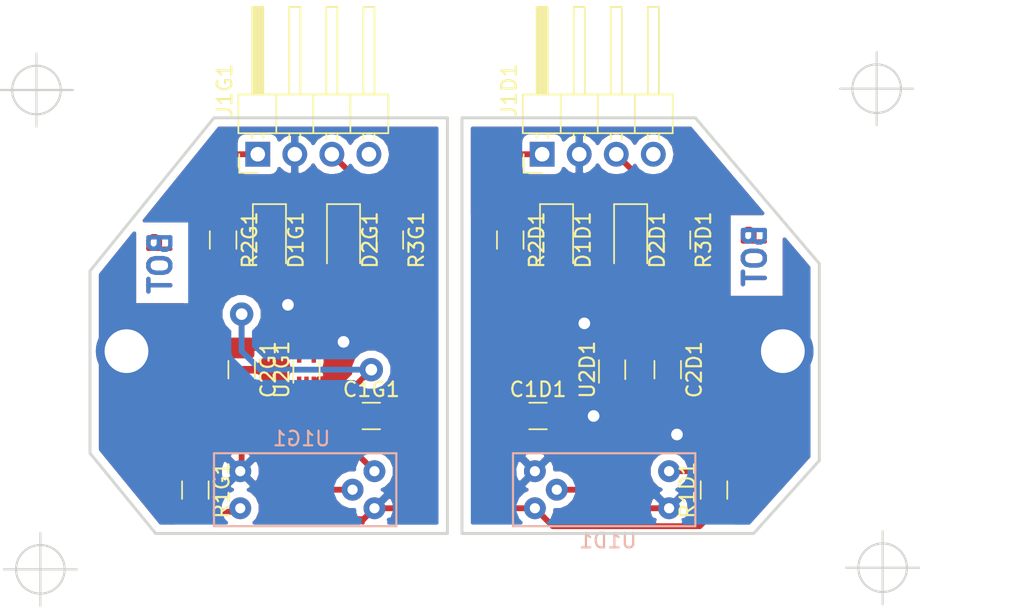
<source format=kicad_pcb>
(kicad_pcb (version 20171130) (host pcbnew 5.0.2-bee76a0~70~ubuntu18.04.1)

  (general
    (thickness 1.6)
    (drawings 22)
    (tracks 156)
    (zones 0)
    (modules 20)
    (nets 15)
  )

  (page A4)
  (layers
    (0 F.Cu signal)
    (31 B.Cu signal)
    (32 B.Adhes user)
    (33 F.Adhes user)
    (34 B.Paste user)
    (35 F.Paste user)
    (36 B.SilkS user)
    (37 F.SilkS user)
    (38 B.Mask user)
    (39 F.Mask user)
    (40 Dwgs.User user)
    (41 Cmts.User user)
    (42 Eco1.User user)
    (43 Eco2.User user)
    (44 Edge.Cuts user)
    (45 Margin user)
    (46 B.CrtYd user)
    (47 F.CrtYd user)
    (48 B.Fab user hide)
    (49 F.Fab user hide)
  )

  (setup
    (last_trace_width 0.4)
    (user_trace_width 0.25)
    (user_trace_width 0.3)
    (user_trace_width 0.35)
    (user_trace_width 0.4)
    (trace_clearance 0.2)
    (zone_clearance 0.508)
    (zone_45_only no)
    (trace_min 0.2)
    (segment_width 0.2)
    (edge_width 0.15)
    (via_size 0.8)
    (via_drill 0.4)
    (via_min_size 0.4)
    (via_min_drill 0.3)
    (user_via 1.6 0.8)
    (user_via 1.8 1)
    (uvia_size 0.3)
    (uvia_drill 0.1)
    (uvias_allowed no)
    (uvia_min_size 0.2)
    (uvia_min_drill 0.1)
    (pcb_text_width 0.3)
    (pcb_text_size 1.5 1.5)
    (mod_edge_width 0.15)
    (mod_text_size 1 1)
    (mod_text_width 0.15)
    (pad_size 1.524 1.524)
    (pad_drill 0.762)
    (pad_to_mask_clearance 0.051)
    (solder_mask_min_width 0.25)
    (aux_axis_origin 125.5 80)
    (grid_origin 125.5 80)
    (visible_elements FFFFFF7F)
    (pcbplotparams
      (layerselection 0x010fc_ffffffff)
      (usegerberextensions false)
      (usegerberattributes false)
      (usegerberadvancedattributes false)
      (creategerberjobfile false)
      (excludeedgelayer true)
      (linewidth 0.100000)
      (plotframeref false)
      (viasonmask false)
      (mode 1)
      (useauxorigin false)
      (hpglpennumber 1)
      (hpglpenspeed 20)
      (hpglpendiameter 15.000000)
      (psnegative false)
      (psa4output false)
      (plotreference true)
      (plotvalue true)
      (plotinvisibletext false)
      (padsonsilk false)
      (subtractmaskfromsilk false)
      (outputformat 1)
      (mirror false)
      (drillshape 1)
      (scaleselection 1)
      (outputdirectory ""))
  )

  (net 0 "")
  (net 1 VCC)
  (net 2 GND)
  (net 3 "Net-(D1D1-Pad2)")
  (net 4 "Net-(D1G1-Pad2)")
  (net 5 "Net-(D2D1-Pad2)")
  (net 6 "Net-(D2G1-Pad2)")
  (net 7 /OUT_D)
  (net 8 "Net-(J1D1-Pad4)")
  (net 9 "Net-(J1G1-Pad4)")
  (net 10 /OUT_G)
  (net 11 "Net-(R1D1-Pad2)")
  (net 12 "Net-(R1G1-Pad2)")
  (net 13 "Net-(U1D1-Pad4)")
  (net 14 "Net-(U1G1-Pad4)")

  (net_class Default "Ceci est la Netclass par défaut."
    (clearance 0.2)
    (trace_width 0.25)
    (via_dia 0.8)
    (via_drill 0.4)
    (uvia_dia 0.3)
    (uvia_drill 0.1)
    (add_net /OUT_D)
    (add_net /OUT_G)
    (add_net GND)
    (add_net "Net-(D1D1-Pad2)")
    (add_net "Net-(D1G1-Pad2)")
    (add_net "Net-(D2D1-Pad2)")
    (add_net "Net-(D2G1-Pad2)")
    (add_net "Net-(J1D1-Pad4)")
    (add_net "Net-(J1G1-Pad4)")
    (add_net "Net-(R1D1-Pad2)")
    (add_net "Net-(R1G1-Pad2)")
    (add_net "Net-(U1D1-Pad4)")
    (add_net "Net-(U1G1-Pad4)")
    (add_net VCC)
  )

  (module Capacitor_SMD:C_1206_3216Metric_Pad1.42x1.75mm_HandSolder (layer F.Cu) (tedit 5B301BBE) (tstamp 5C81B0CC)
    (at 131.215 84.445)
    (descr "Capacitor SMD 1206 (3216 Metric), square (rectangular) end terminal, IPC_7351 nominal with elongated pad for handsoldering. (Body size source: http://www.tortai-tech.com/upload/download/2011102023233369053.pdf), generated with kicad-footprint-generator")
    (tags "capacitor handsolder")
    (path /5C7515E6)
    (attr smd)
    (fp_text reference C1D1 (at 0 -1.82) (layer F.SilkS)
      (effects (font (size 1 1) (thickness 0.15)))
    )
    (fp_text value 100nF (at 0 1.82) (layer F.Fab)
      (effects (font (size 1 1) (thickness 0.15)))
    )
    (fp_text user %R (at 0 0) (layer F.Fab)
      (effects (font (size 0.8 0.8) (thickness 0.12)))
    )
    (fp_line (start 2.45 1.12) (end -2.45 1.12) (layer F.CrtYd) (width 0.05))
    (fp_line (start 2.45 -1.12) (end 2.45 1.12) (layer F.CrtYd) (width 0.05))
    (fp_line (start -2.45 -1.12) (end 2.45 -1.12) (layer F.CrtYd) (width 0.05))
    (fp_line (start -2.45 1.12) (end -2.45 -1.12) (layer F.CrtYd) (width 0.05))
    (fp_line (start -0.602064 0.91) (end 0.602064 0.91) (layer F.SilkS) (width 0.12))
    (fp_line (start -0.602064 -0.91) (end 0.602064 -0.91) (layer F.SilkS) (width 0.12))
    (fp_line (start 1.6 0.8) (end -1.6 0.8) (layer F.Fab) (width 0.1))
    (fp_line (start 1.6 -0.8) (end 1.6 0.8) (layer F.Fab) (width 0.1))
    (fp_line (start -1.6 -0.8) (end 1.6 -0.8) (layer F.Fab) (width 0.1))
    (fp_line (start -1.6 0.8) (end -1.6 -0.8) (layer F.Fab) (width 0.1))
    (pad 2 smd roundrect (at 1.4875 0) (size 1.425 1.75) (layers F.Cu F.Paste F.Mask) (roundrect_rratio 0.175439)
      (net 2 GND))
    (pad 1 smd roundrect (at -1.4875 0) (size 1.425 1.75) (layers F.Cu F.Paste F.Mask) (roundrect_rratio 0.175439)
      (net 1 VCC))
    (model ${KISYS3DMOD}/Capacitor_SMD.3dshapes/C_1206_3216Metric.wrl
      (at (xyz 0 0 0))
      (scale (xyz 1 1 1))
      (rotate (xyz 0 0 0))
    )
  )

  (module Capacitor_SMD:C_1206_3216Metric_Pad1.42x1.75mm_HandSolder (layer F.Cu) (tedit 5B301BBE) (tstamp 5C81B0DD)
    (at 119.785 84.445)
    (descr "Capacitor SMD 1206 (3216 Metric), square (rectangular) end terminal, IPC_7351 nominal with elongated pad for handsoldering. (Body size source: http://www.tortai-tech.com/upload/download/2011102023233369053.pdf), generated with kicad-footprint-generator")
    (tags "capacitor handsolder")
    (path /5C6ECB2E)
    (attr smd)
    (fp_text reference C1G1 (at 0 -1.82) (layer F.SilkS)
      (effects (font (size 1 1) (thickness 0.15)))
    )
    (fp_text value 100nF (at 0 1.82) (layer F.Fab)
      (effects (font (size 1 1) (thickness 0.15)))
    )
    (fp_text user %R (at 0 0) (layer F.Fab)
      (effects (font (size 0.8 0.8) (thickness 0.12)))
    )
    (fp_line (start 2.45 1.12) (end -2.45 1.12) (layer F.CrtYd) (width 0.05))
    (fp_line (start 2.45 -1.12) (end 2.45 1.12) (layer F.CrtYd) (width 0.05))
    (fp_line (start -2.45 -1.12) (end 2.45 -1.12) (layer F.CrtYd) (width 0.05))
    (fp_line (start -2.45 1.12) (end -2.45 -1.12) (layer F.CrtYd) (width 0.05))
    (fp_line (start -0.602064 0.91) (end 0.602064 0.91) (layer F.SilkS) (width 0.12))
    (fp_line (start -0.602064 -0.91) (end 0.602064 -0.91) (layer F.SilkS) (width 0.12))
    (fp_line (start 1.6 0.8) (end -1.6 0.8) (layer F.Fab) (width 0.1))
    (fp_line (start 1.6 -0.8) (end 1.6 0.8) (layer F.Fab) (width 0.1))
    (fp_line (start -1.6 -0.8) (end 1.6 -0.8) (layer F.Fab) (width 0.1))
    (fp_line (start -1.6 0.8) (end -1.6 -0.8) (layer F.Fab) (width 0.1))
    (pad 2 smd roundrect (at 1.4875 0) (size 1.425 1.75) (layers F.Cu F.Paste F.Mask) (roundrect_rratio 0.175439)
      (net 2 GND))
    (pad 1 smd roundrect (at -1.4875 0) (size 1.425 1.75) (layers F.Cu F.Paste F.Mask) (roundrect_rratio 0.175439)
      (net 1 VCC))
    (model ${KISYS3DMOD}/Capacitor_SMD.3dshapes/C_1206_3216Metric.wrl
      (at (xyz 0 0 0))
      (scale (xyz 1 1 1))
      (rotate (xyz 0 0 0))
    )
  )

  (module Capacitor_SMD:C_1206_3216Metric_Pad1.42x1.75mm_HandSolder (layer F.Cu) (tedit 5B301BBE) (tstamp 5C81B0EE)
    (at 140.105 81.27 270)
    (descr "Capacitor SMD 1206 (3216 Metric), square (rectangular) end terminal, IPC_7351 nominal with elongated pad for handsoldering. (Body size source: http://www.tortai-tech.com/upload/download/2011102023233369053.pdf), generated with kicad-footprint-generator")
    (tags "capacitor handsolder")
    (path /5C7515A1)
    (attr smd)
    (fp_text reference C2D1 (at 0 -1.82 270) (layer F.SilkS)
      (effects (font (size 1 1) (thickness 0.15)))
    )
    (fp_text value 100nF (at 0 1.82 270) (layer F.Fab)
      (effects (font (size 1 1) (thickness 0.15)))
    )
    (fp_line (start -1.6 0.8) (end -1.6 -0.8) (layer F.Fab) (width 0.1))
    (fp_line (start -1.6 -0.8) (end 1.6 -0.8) (layer F.Fab) (width 0.1))
    (fp_line (start 1.6 -0.8) (end 1.6 0.8) (layer F.Fab) (width 0.1))
    (fp_line (start 1.6 0.8) (end -1.6 0.8) (layer F.Fab) (width 0.1))
    (fp_line (start -0.602064 -0.91) (end 0.602064 -0.91) (layer F.SilkS) (width 0.12))
    (fp_line (start -0.602064 0.91) (end 0.602064 0.91) (layer F.SilkS) (width 0.12))
    (fp_line (start -2.45 1.12) (end -2.45 -1.12) (layer F.CrtYd) (width 0.05))
    (fp_line (start -2.45 -1.12) (end 2.45 -1.12) (layer F.CrtYd) (width 0.05))
    (fp_line (start 2.45 -1.12) (end 2.45 1.12) (layer F.CrtYd) (width 0.05))
    (fp_line (start 2.45 1.12) (end -2.45 1.12) (layer F.CrtYd) (width 0.05))
    (fp_text user %R (at 0 0 270) (layer F.Fab)
      (effects (font (size 0.8 0.8) (thickness 0.12)))
    )
    (pad 1 smd roundrect (at -1.4875 0 270) (size 1.425 1.75) (layers F.Cu F.Paste F.Mask) (roundrect_rratio 0.175439)
      (net 1 VCC))
    (pad 2 smd roundrect (at 1.4875 0 270) (size 1.425 1.75) (layers F.Cu F.Paste F.Mask) (roundrect_rratio 0.175439)
      (net 2 GND))
    (model ${KISYS3DMOD}/Capacitor_SMD.3dshapes/C_1206_3216Metric.wrl
      (at (xyz 0 0 0))
      (scale (xyz 1 1 1))
      (rotate (xyz 0 0 0))
    )
  )

  (module Capacitor_SMD:C_1206_3216Metric_Pad1.42x1.75mm_HandSolder (layer F.Cu) (tedit 5B301BBE) (tstamp 5C81B0FF)
    (at 110.895 81.27 270)
    (descr "Capacitor SMD 1206 (3216 Metric), square (rectangular) end terminal, IPC_7351 nominal with elongated pad for handsoldering. (Body size source: http://www.tortai-tech.com/upload/download/2011102023233369053.pdf), generated with kicad-footprint-generator")
    (tags "capacitor handsolder")
    (path /5C6EFAAB)
    (attr smd)
    (fp_text reference C2G1 (at 0 -1.82 270) (layer F.SilkS)
      (effects (font (size 1 1) (thickness 0.15)))
    )
    (fp_text value 100nF (at 0 1.82 270) (layer F.Fab)
      (effects (font (size 1 1) (thickness 0.15)))
    )
    (fp_line (start -1.6 0.8) (end -1.6 -0.8) (layer F.Fab) (width 0.1))
    (fp_line (start -1.6 -0.8) (end 1.6 -0.8) (layer F.Fab) (width 0.1))
    (fp_line (start 1.6 -0.8) (end 1.6 0.8) (layer F.Fab) (width 0.1))
    (fp_line (start 1.6 0.8) (end -1.6 0.8) (layer F.Fab) (width 0.1))
    (fp_line (start -0.602064 -0.91) (end 0.602064 -0.91) (layer F.SilkS) (width 0.12))
    (fp_line (start -0.602064 0.91) (end 0.602064 0.91) (layer F.SilkS) (width 0.12))
    (fp_line (start -2.45 1.12) (end -2.45 -1.12) (layer F.CrtYd) (width 0.05))
    (fp_line (start -2.45 -1.12) (end 2.45 -1.12) (layer F.CrtYd) (width 0.05))
    (fp_line (start 2.45 -1.12) (end 2.45 1.12) (layer F.CrtYd) (width 0.05))
    (fp_line (start 2.45 1.12) (end -2.45 1.12) (layer F.CrtYd) (width 0.05))
    (fp_text user %R (at 0 0 270) (layer F.Fab)
      (effects (font (size 0.8 0.8) (thickness 0.12)))
    )
    (pad 1 smd roundrect (at -1.4875 0 270) (size 1.425 1.75) (layers F.Cu F.Paste F.Mask) (roundrect_rratio 0.175439)
      (net 1 VCC))
    (pad 2 smd roundrect (at 1.4875 0 270) (size 1.425 1.75) (layers F.Cu F.Paste F.Mask) (roundrect_rratio 0.175439)
      (net 2 GND))
    (model ${KISYS3DMOD}/Capacitor_SMD.3dshapes/C_1206_3216Metric.wrl
      (at (xyz 0 0 0))
      (scale (xyz 1 1 1))
      (rotate (xyz 0 0 0))
    )
  )

  (module LED_SMD:LED_1206_3216Metric_Pad1.42x1.75mm_HandSolder (layer F.Cu) (tedit 5B4B45C9) (tstamp 5C81B112)
    (at 132.485 72.38 270)
    (descr "LED SMD 1206 (3216 Metric), square (rectangular) end terminal, IPC_7351 nominal, (Body size source: http://www.tortai-tech.com/upload/download/2011102023233369053.pdf), generated with kicad-footprint-generator")
    (tags "LED handsolder")
    (path /5C75200B)
    (attr smd)
    (fp_text reference D1D1 (at 0 -1.82 270) (layer F.SilkS)
      (effects (font (size 1 1) (thickness 0.15)))
    )
    (fp_text value "Led Verte" (at 0 1.82 270) (layer F.Fab)
      (effects (font (size 1 1) (thickness 0.15)))
    )
    (fp_text user %R (at 0 0 270) (layer F.Fab)
      (effects (font (size 0.8 0.8) (thickness 0.12)))
    )
    (fp_line (start 2.45 1.12) (end -2.45 1.12) (layer F.CrtYd) (width 0.05))
    (fp_line (start 2.45 -1.12) (end 2.45 1.12) (layer F.CrtYd) (width 0.05))
    (fp_line (start -2.45 -1.12) (end 2.45 -1.12) (layer F.CrtYd) (width 0.05))
    (fp_line (start -2.45 1.12) (end -2.45 -1.12) (layer F.CrtYd) (width 0.05))
    (fp_line (start -2.46 1.135) (end 1.6 1.135) (layer F.SilkS) (width 0.12))
    (fp_line (start -2.46 -1.135) (end -2.46 1.135) (layer F.SilkS) (width 0.12))
    (fp_line (start 1.6 -1.135) (end -2.46 -1.135) (layer F.SilkS) (width 0.12))
    (fp_line (start 1.6 0.8) (end 1.6 -0.8) (layer F.Fab) (width 0.1))
    (fp_line (start -1.6 0.8) (end 1.6 0.8) (layer F.Fab) (width 0.1))
    (fp_line (start -1.6 -0.4) (end -1.6 0.8) (layer F.Fab) (width 0.1))
    (fp_line (start -1.2 -0.8) (end -1.6 -0.4) (layer F.Fab) (width 0.1))
    (fp_line (start 1.6 -0.8) (end -1.2 -0.8) (layer F.Fab) (width 0.1))
    (pad 2 smd roundrect (at 1.4875 0 270) (size 1.425 1.75) (layers F.Cu F.Paste F.Mask) (roundrect_rratio 0.175439)
      (net 3 "Net-(D1D1-Pad2)"))
    (pad 1 smd roundrect (at -1.4875 0 270) (size 1.425 1.75) (layers F.Cu F.Paste F.Mask) (roundrect_rratio 0.175439)
      (net 2 GND))
    (model ${KISYS3DMOD}/LED_SMD.3dshapes/LED_1206_3216Metric.wrl
      (at (xyz 0 0 0))
      (scale (xyz 1 1 1))
      (rotate (xyz 0 0 0))
    )
  )

  (module LED_SMD:LED_1206_3216Metric_Pad1.42x1.75mm_HandSolder (layer F.Cu) (tedit 5B4B45C9) (tstamp 5C81B125)
    (at 112.8 72.38 270)
    (descr "LED SMD 1206 (3216 Metric), square (rectangular) end terminal, IPC_7351 nominal, (Body size source: http://www.tortai-tech.com/upload/download/2011102023233369053.pdf), generated with kicad-footprint-generator")
    (tags "LED handsolder")
    (path /5C6ECBF3)
    (attr smd)
    (fp_text reference D1G1 (at 0 -1.82 270) (layer F.SilkS)
      (effects (font (size 1 1) (thickness 0.15)))
    )
    (fp_text value "Led Verte" (at 0 1.82 270) (layer F.Fab)
      (effects (font (size 1 1) (thickness 0.15)))
    )
    (fp_line (start 1.6 -0.8) (end -1.2 -0.8) (layer F.Fab) (width 0.1))
    (fp_line (start -1.2 -0.8) (end -1.6 -0.4) (layer F.Fab) (width 0.1))
    (fp_line (start -1.6 -0.4) (end -1.6 0.8) (layer F.Fab) (width 0.1))
    (fp_line (start -1.6 0.8) (end 1.6 0.8) (layer F.Fab) (width 0.1))
    (fp_line (start 1.6 0.8) (end 1.6 -0.8) (layer F.Fab) (width 0.1))
    (fp_line (start 1.6 -1.135) (end -2.46 -1.135) (layer F.SilkS) (width 0.12))
    (fp_line (start -2.46 -1.135) (end -2.46 1.135) (layer F.SilkS) (width 0.12))
    (fp_line (start -2.46 1.135) (end 1.6 1.135) (layer F.SilkS) (width 0.12))
    (fp_line (start -2.45 1.12) (end -2.45 -1.12) (layer F.CrtYd) (width 0.05))
    (fp_line (start -2.45 -1.12) (end 2.45 -1.12) (layer F.CrtYd) (width 0.05))
    (fp_line (start 2.45 -1.12) (end 2.45 1.12) (layer F.CrtYd) (width 0.05))
    (fp_line (start 2.45 1.12) (end -2.45 1.12) (layer F.CrtYd) (width 0.05))
    (fp_text user %R (at 0 0 270) (layer F.Fab)
      (effects (font (size 0.8 0.8) (thickness 0.12)))
    )
    (pad 1 smd roundrect (at -1.4875 0 270) (size 1.425 1.75) (layers F.Cu F.Paste F.Mask) (roundrect_rratio 0.175439)
      (net 2 GND))
    (pad 2 smd roundrect (at 1.4875 0 270) (size 1.425 1.75) (layers F.Cu F.Paste F.Mask) (roundrect_rratio 0.175439)
      (net 4 "Net-(D1G1-Pad2)"))
    (model ${KISYS3DMOD}/LED_SMD.3dshapes/LED_1206_3216Metric.wrl
      (at (xyz 0 0 0))
      (scale (xyz 1 1 1))
      (rotate (xyz 0 0 0))
    )
  )

  (module LED_SMD:LED_1206_3216Metric_Pad1.42x1.75mm_HandSolder (layer F.Cu) (tedit 5B4B45C9) (tstamp 5C81B138)
    (at 137.565 72.38 270)
    (descr "LED SMD 1206 (3216 Metric), square (rectangular) end terminal, IPC_7351 nominal, (Body size source: http://www.tortai-tech.com/upload/download/2011102023233369053.pdf), generated with kicad-footprint-generator")
    (tags "LED handsolder")
    (path /5C752012)
    (attr smd)
    (fp_text reference D2D1 (at 0 -1.82 270) (layer F.SilkS)
      (effects (font (size 1 1) (thickness 0.15)))
    )
    (fp_text value "Led Rouge" (at 0 1.82 270) (layer F.Fab)
      (effects (font (size 1 1) (thickness 0.15)))
    )
    (fp_line (start 1.6 -0.8) (end -1.2 -0.8) (layer F.Fab) (width 0.1))
    (fp_line (start -1.2 -0.8) (end -1.6 -0.4) (layer F.Fab) (width 0.1))
    (fp_line (start -1.6 -0.4) (end -1.6 0.8) (layer F.Fab) (width 0.1))
    (fp_line (start -1.6 0.8) (end 1.6 0.8) (layer F.Fab) (width 0.1))
    (fp_line (start 1.6 0.8) (end 1.6 -0.8) (layer F.Fab) (width 0.1))
    (fp_line (start 1.6 -1.135) (end -2.46 -1.135) (layer F.SilkS) (width 0.12))
    (fp_line (start -2.46 -1.135) (end -2.46 1.135) (layer F.SilkS) (width 0.12))
    (fp_line (start -2.46 1.135) (end 1.6 1.135) (layer F.SilkS) (width 0.12))
    (fp_line (start -2.45 1.12) (end -2.45 -1.12) (layer F.CrtYd) (width 0.05))
    (fp_line (start -2.45 -1.12) (end 2.45 -1.12) (layer F.CrtYd) (width 0.05))
    (fp_line (start 2.45 -1.12) (end 2.45 1.12) (layer F.CrtYd) (width 0.05))
    (fp_line (start 2.45 1.12) (end -2.45 1.12) (layer F.CrtYd) (width 0.05))
    (fp_text user %R (at 0 0 270) (layer F.Fab)
      (effects (font (size 0.8 0.8) (thickness 0.12)))
    )
    (pad 1 smd roundrect (at -1.4875 0 270) (size 1.425 1.75) (layers F.Cu F.Paste F.Mask) (roundrect_rratio 0.175439)
      (net 2 GND))
    (pad 2 smd roundrect (at 1.4875 0 270) (size 1.425 1.75) (layers F.Cu F.Paste F.Mask) (roundrect_rratio 0.175439)
      (net 5 "Net-(D2D1-Pad2)"))
    (model ${KISYS3DMOD}/LED_SMD.3dshapes/LED_1206_3216Metric.wrl
      (at (xyz 0 0 0))
      (scale (xyz 1 1 1))
      (rotate (xyz 0 0 0))
    )
  )

  (module LED_SMD:LED_1206_3216Metric_Pad1.42x1.75mm_HandSolder (layer F.Cu) (tedit 5B4B45C9) (tstamp 5C81B14B)
    (at 117.88 72.38 270)
    (descr "LED SMD 1206 (3216 Metric), square (rectangular) end terminal, IPC_7351 nominal, (Body size source: http://www.tortai-tech.com/upload/download/2011102023233369053.pdf), generated with kicad-footprint-generator")
    (tags "LED handsolder")
    (path /5C6ECC78)
    (attr smd)
    (fp_text reference D2G1 (at 0 -1.82 270) (layer F.SilkS)
      (effects (font (size 1 1) (thickness 0.15)))
    )
    (fp_text value "Led Rouge" (at 0 1.82 270) (layer F.Fab)
      (effects (font (size 1 1) (thickness 0.15)))
    )
    (fp_text user %R (at 0 0 270) (layer F.Fab)
      (effects (font (size 0.8 0.8) (thickness 0.12)))
    )
    (fp_line (start 2.45 1.12) (end -2.45 1.12) (layer F.CrtYd) (width 0.05))
    (fp_line (start 2.45 -1.12) (end 2.45 1.12) (layer F.CrtYd) (width 0.05))
    (fp_line (start -2.45 -1.12) (end 2.45 -1.12) (layer F.CrtYd) (width 0.05))
    (fp_line (start -2.45 1.12) (end -2.45 -1.12) (layer F.CrtYd) (width 0.05))
    (fp_line (start -2.46 1.135) (end 1.6 1.135) (layer F.SilkS) (width 0.12))
    (fp_line (start -2.46 -1.135) (end -2.46 1.135) (layer F.SilkS) (width 0.12))
    (fp_line (start 1.6 -1.135) (end -2.46 -1.135) (layer F.SilkS) (width 0.12))
    (fp_line (start 1.6 0.8) (end 1.6 -0.8) (layer F.Fab) (width 0.1))
    (fp_line (start -1.6 0.8) (end 1.6 0.8) (layer F.Fab) (width 0.1))
    (fp_line (start -1.6 -0.4) (end -1.6 0.8) (layer F.Fab) (width 0.1))
    (fp_line (start -1.2 -0.8) (end -1.6 -0.4) (layer F.Fab) (width 0.1))
    (fp_line (start 1.6 -0.8) (end -1.2 -0.8) (layer F.Fab) (width 0.1))
    (pad 2 smd roundrect (at 1.4875 0 270) (size 1.425 1.75) (layers F.Cu F.Paste F.Mask) (roundrect_rratio 0.175439)
      (net 6 "Net-(D2G1-Pad2)"))
    (pad 1 smd roundrect (at -1.4875 0 270) (size 1.425 1.75) (layers F.Cu F.Paste F.Mask) (roundrect_rratio 0.175439)
      (net 2 GND))
    (model ${KISYS3DMOD}/LED_SMD.3dshapes/LED_1206_3216Metric.wrl
      (at (xyz 0 0 0))
      (scale (xyz 1 1 1))
      (rotate (xyz 0 0 0))
    )
  )

  (module Connector_PinHeader_2.54mm:PinHeader_1x04_P2.54mm_Horizontal (layer F.Cu) (tedit 59FED5CB) (tstamp 5C81B198)
    (at 131.5 66.5 90)
    (descr "Through hole angled pin header, 1x04, 2.54mm pitch, 6mm pin length, single row")
    (tags "Through hole angled pin header THT 1x04 2.54mm single row")
    (path /5C751FF1)
    (fp_text reference J1D1 (at 4.385 -2.27 90) (layer F.SilkS)
      (effects (font (size 1 1) (thickness 0.15)))
    )
    (fp_text value Conn_01x04 (at 4.385 9.89 90) (layer F.Fab)
      (effects (font (size 1 1) (thickness 0.15)))
    )
    (fp_line (start 2.135 -1.27) (end 4.04 -1.27) (layer F.Fab) (width 0.1))
    (fp_line (start 4.04 -1.27) (end 4.04 8.89) (layer F.Fab) (width 0.1))
    (fp_line (start 4.04 8.89) (end 1.5 8.89) (layer F.Fab) (width 0.1))
    (fp_line (start 1.5 8.89) (end 1.5 -0.635) (layer F.Fab) (width 0.1))
    (fp_line (start 1.5 -0.635) (end 2.135 -1.27) (layer F.Fab) (width 0.1))
    (fp_line (start -0.32 -0.32) (end 1.5 -0.32) (layer F.Fab) (width 0.1))
    (fp_line (start -0.32 -0.32) (end -0.32 0.32) (layer F.Fab) (width 0.1))
    (fp_line (start -0.32 0.32) (end 1.5 0.32) (layer F.Fab) (width 0.1))
    (fp_line (start 4.04 -0.32) (end 10.04 -0.32) (layer F.Fab) (width 0.1))
    (fp_line (start 10.04 -0.32) (end 10.04 0.32) (layer F.Fab) (width 0.1))
    (fp_line (start 4.04 0.32) (end 10.04 0.32) (layer F.Fab) (width 0.1))
    (fp_line (start -0.32 2.22) (end 1.5 2.22) (layer F.Fab) (width 0.1))
    (fp_line (start -0.32 2.22) (end -0.32 2.86) (layer F.Fab) (width 0.1))
    (fp_line (start -0.32 2.86) (end 1.5 2.86) (layer F.Fab) (width 0.1))
    (fp_line (start 4.04 2.22) (end 10.04 2.22) (layer F.Fab) (width 0.1))
    (fp_line (start 10.04 2.22) (end 10.04 2.86) (layer F.Fab) (width 0.1))
    (fp_line (start 4.04 2.86) (end 10.04 2.86) (layer F.Fab) (width 0.1))
    (fp_line (start -0.32 4.76) (end 1.5 4.76) (layer F.Fab) (width 0.1))
    (fp_line (start -0.32 4.76) (end -0.32 5.4) (layer F.Fab) (width 0.1))
    (fp_line (start -0.32 5.4) (end 1.5 5.4) (layer F.Fab) (width 0.1))
    (fp_line (start 4.04 4.76) (end 10.04 4.76) (layer F.Fab) (width 0.1))
    (fp_line (start 10.04 4.76) (end 10.04 5.4) (layer F.Fab) (width 0.1))
    (fp_line (start 4.04 5.4) (end 10.04 5.4) (layer F.Fab) (width 0.1))
    (fp_line (start -0.32 7.3) (end 1.5 7.3) (layer F.Fab) (width 0.1))
    (fp_line (start -0.32 7.3) (end -0.32 7.94) (layer F.Fab) (width 0.1))
    (fp_line (start -0.32 7.94) (end 1.5 7.94) (layer F.Fab) (width 0.1))
    (fp_line (start 4.04 7.3) (end 10.04 7.3) (layer F.Fab) (width 0.1))
    (fp_line (start 10.04 7.3) (end 10.04 7.94) (layer F.Fab) (width 0.1))
    (fp_line (start 4.04 7.94) (end 10.04 7.94) (layer F.Fab) (width 0.1))
    (fp_line (start 1.44 -1.33) (end 1.44 8.95) (layer F.SilkS) (width 0.12))
    (fp_line (start 1.44 8.95) (end 4.1 8.95) (layer F.SilkS) (width 0.12))
    (fp_line (start 4.1 8.95) (end 4.1 -1.33) (layer F.SilkS) (width 0.12))
    (fp_line (start 4.1 -1.33) (end 1.44 -1.33) (layer F.SilkS) (width 0.12))
    (fp_line (start 4.1 -0.38) (end 10.1 -0.38) (layer F.SilkS) (width 0.12))
    (fp_line (start 10.1 -0.38) (end 10.1 0.38) (layer F.SilkS) (width 0.12))
    (fp_line (start 10.1 0.38) (end 4.1 0.38) (layer F.SilkS) (width 0.12))
    (fp_line (start 4.1 -0.32) (end 10.1 -0.32) (layer F.SilkS) (width 0.12))
    (fp_line (start 4.1 -0.2) (end 10.1 -0.2) (layer F.SilkS) (width 0.12))
    (fp_line (start 4.1 -0.08) (end 10.1 -0.08) (layer F.SilkS) (width 0.12))
    (fp_line (start 4.1 0.04) (end 10.1 0.04) (layer F.SilkS) (width 0.12))
    (fp_line (start 4.1 0.16) (end 10.1 0.16) (layer F.SilkS) (width 0.12))
    (fp_line (start 4.1 0.28) (end 10.1 0.28) (layer F.SilkS) (width 0.12))
    (fp_line (start 1.11 -0.38) (end 1.44 -0.38) (layer F.SilkS) (width 0.12))
    (fp_line (start 1.11 0.38) (end 1.44 0.38) (layer F.SilkS) (width 0.12))
    (fp_line (start 1.44 1.27) (end 4.1 1.27) (layer F.SilkS) (width 0.12))
    (fp_line (start 4.1 2.16) (end 10.1 2.16) (layer F.SilkS) (width 0.12))
    (fp_line (start 10.1 2.16) (end 10.1 2.92) (layer F.SilkS) (width 0.12))
    (fp_line (start 10.1 2.92) (end 4.1 2.92) (layer F.SilkS) (width 0.12))
    (fp_line (start 1.042929 2.16) (end 1.44 2.16) (layer F.SilkS) (width 0.12))
    (fp_line (start 1.042929 2.92) (end 1.44 2.92) (layer F.SilkS) (width 0.12))
    (fp_line (start 1.44 3.81) (end 4.1 3.81) (layer F.SilkS) (width 0.12))
    (fp_line (start 4.1 4.7) (end 10.1 4.7) (layer F.SilkS) (width 0.12))
    (fp_line (start 10.1 4.7) (end 10.1 5.46) (layer F.SilkS) (width 0.12))
    (fp_line (start 10.1 5.46) (end 4.1 5.46) (layer F.SilkS) (width 0.12))
    (fp_line (start 1.042929 4.7) (end 1.44 4.7) (layer F.SilkS) (width 0.12))
    (fp_line (start 1.042929 5.46) (end 1.44 5.46) (layer F.SilkS) (width 0.12))
    (fp_line (start 1.44 6.35) (end 4.1 6.35) (layer F.SilkS) (width 0.12))
    (fp_line (start 4.1 7.24) (end 10.1 7.24) (layer F.SilkS) (width 0.12))
    (fp_line (start 10.1 7.24) (end 10.1 8) (layer F.SilkS) (width 0.12))
    (fp_line (start 10.1 8) (end 4.1 8) (layer F.SilkS) (width 0.12))
    (fp_line (start 1.042929 7.24) (end 1.44 7.24) (layer F.SilkS) (width 0.12))
    (fp_line (start 1.042929 8) (end 1.44 8) (layer F.SilkS) (width 0.12))
    (fp_line (start -1.27 0) (end -1.27 -1.27) (layer F.SilkS) (width 0.12))
    (fp_line (start -1.27 -1.27) (end 0 -1.27) (layer F.SilkS) (width 0.12))
    (fp_line (start -1.8 -1.8) (end -1.8 9.4) (layer F.CrtYd) (width 0.05))
    (fp_line (start -1.8 9.4) (end 10.55 9.4) (layer F.CrtYd) (width 0.05))
    (fp_line (start 10.55 9.4) (end 10.55 -1.8) (layer F.CrtYd) (width 0.05))
    (fp_line (start 10.55 -1.8) (end -1.8 -1.8) (layer F.CrtYd) (width 0.05))
    (fp_text user %R (at 2.77 3.81 180) (layer F.Fab)
      (effects (font (size 1 1) (thickness 0.15)))
    )
    (pad 1 thru_hole rect (at 0 0 90) (size 1.7 1.7) (drill 1) (layers *.Cu *.Mask)
      (net 1 VCC))
    (pad 2 thru_hole oval (at 0 2.54 90) (size 1.7 1.7) (drill 1) (layers *.Cu *.Mask)
      (net 2 GND))
    (pad 3 thru_hole oval (at 0 5.08 90) (size 1.7 1.7) (drill 1) (layers *.Cu *.Mask)
      (net 7 /OUT_D))
    (pad 4 thru_hole oval (at 0 7.62 90) (size 1.7 1.7) (drill 1) (layers *.Cu *.Mask)
      (net 8 "Net-(J1D1-Pad4)"))
    (model ${KISYS3DMOD}/Connector_PinHeader_2.54mm.3dshapes/PinHeader_1x04_P2.54mm_Horizontal.wrl
      (at (xyz 0 0 0))
      (scale (xyz 1 1 1))
      (rotate (xyz 0 0 0))
    )
  )

  (module Connector_PinHeader_2.54mm:PinHeader_1x04_P2.54mm_Horizontal (layer F.Cu) (tedit 59FED5CB) (tstamp 5C81B1E5)
    (at 112 66.5 90)
    (descr "Through hole angled pin header, 1x04, 2.54mm pitch, 6mm pin length, single row")
    (tags "Through hole angled pin header THT 1x04 2.54mm single row")
    (path /5C6EC6B5)
    (fp_text reference J1G1 (at 4.385 -2.27 90) (layer F.SilkS)
      (effects (font (size 1 1) (thickness 0.15)))
    )
    (fp_text value Conn_01x04 (at 4.385 9.89 90) (layer F.Fab)
      (effects (font (size 1 1) (thickness 0.15)))
    )
    (fp_text user %R (at 2.77 3.81 180) (layer F.Fab)
      (effects (font (size 1 1) (thickness 0.15)))
    )
    (fp_line (start 10.55 -1.8) (end -1.8 -1.8) (layer F.CrtYd) (width 0.05))
    (fp_line (start 10.55 9.4) (end 10.55 -1.8) (layer F.CrtYd) (width 0.05))
    (fp_line (start -1.8 9.4) (end 10.55 9.4) (layer F.CrtYd) (width 0.05))
    (fp_line (start -1.8 -1.8) (end -1.8 9.4) (layer F.CrtYd) (width 0.05))
    (fp_line (start -1.27 -1.27) (end 0 -1.27) (layer F.SilkS) (width 0.12))
    (fp_line (start -1.27 0) (end -1.27 -1.27) (layer F.SilkS) (width 0.12))
    (fp_line (start 1.042929 8) (end 1.44 8) (layer F.SilkS) (width 0.12))
    (fp_line (start 1.042929 7.24) (end 1.44 7.24) (layer F.SilkS) (width 0.12))
    (fp_line (start 10.1 8) (end 4.1 8) (layer F.SilkS) (width 0.12))
    (fp_line (start 10.1 7.24) (end 10.1 8) (layer F.SilkS) (width 0.12))
    (fp_line (start 4.1 7.24) (end 10.1 7.24) (layer F.SilkS) (width 0.12))
    (fp_line (start 1.44 6.35) (end 4.1 6.35) (layer F.SilkS) (width 0.12))
    (fp_line (start 1.042929 5.46) (end 1.44 5.46) (layer F.SilkS) (width 0.12))
    (fp_line (start 1.042929 4.7) (end 1.44 4.7) (layer F.SilkS) (width 0.12))
    (fp_line (start 10.1 5.46) (end 4.1 5.46) (layer F.SilkS) (width 0.12))
    (fp_line (start 10.1 4.7) (end 10.1 5.46) (layer F.SilkS) (width 0.12))
    (fp_line (start 4.1 4.7) (end 10.1 4.7) (layer F.SilkS) (width 0.12))
    (fp_line (start 1.44 3.81) (end 4.1 3.81) (layer F.SilkS) (width 0.12))
    (fp_line (start 1.042929 2.92) (end 1.44 2.92) (layer F.SilkS) (width 0.12))
    (fp_line (start 1.042929 2.16) (end 1.44 2.16) (layer F.SilkS) (width 0.12))
    (fp_line (start 10.1 2.92) (end 4.1 2.92) (layer F.SilkS) (width 0.12))
    (fp_line (start 10.1 2.16) (end 10.1 2.92) (layer F.SilkS) (width 0.12))
    (fp_line (start 4.1 2.16) (end 10.1 2.16) (layer F.SilkS) (width 0.12))
    (fp_line (start 1.44 1.27) (end 4.1 1.27) (layer F.SilkS) (width 0.12))
    (fp_line (start 1.11 0.38) (end 1.44 0.38) (layer F.SilkS) (width 0.12))
    (fp_line (start 1.11 -0.38) (end 1.44 -0.38) (layer F.SilkS) (width 0.12))
    (fp_line (start 4.1 0.28) (end 10.1 0.28) (layer F.SilkS) (width 0.12))
    (fp_line (start 4.1 0.16) (end 10.1 0.16) (layer F.SilkS) (width 0.12))
    (fp_line (start 4.1 0.04) (end 10.1 0.04) (layer F.SilkS) (width 0.12))
    (fp_line (start 4.1 -0.08) (end 10.1 -0.08) (layer F.SilkS) (width 0.12))
    (fp_line (start 4.1 -0.2) (end 10.1 -0.2) (layer F.SilkS) (width 0.12))
    (fp_line (start 4.1 -0.32) (end 10.1 -0.32) (layer F.SilkS) (width 0.12))
    (fp_line (start 10.1 0.38) (end 4.1 0.38) (layer F.SilkS) (width 0.12))
    (fp_line (start 10.1 -0.38) (end 10.1 0.38) (layer F.SilkS) (width 0.12))
    (fp_line (start 4.1 -0.38) (end 10.1 -0.38) (layer F.SilkS) (width 0.12))
    (fp_line (start 4.1 -1.33) (end 1.44 -1.33) (layer F.SilkS) (width 0.12))
    (fp_line (start 4.1 8.95) (end 4.1 -1.33) (layer F.SilkS) (width 0.12))
    (fp_line (start 1.44 8.95) (end 4.1 8.95) (layer F.SilkS) (width 0.12))
    (fp_line (start 1.44 -1.33) (end 1.44 8.95) (layer F.SilkS) (width 0.12))
    (fp_line (start 4.04 7.94) (end 10.04 7.94) (layer F.Fab) (width 0.1))
    (fp_line (start 10.04 7.3) (end 10.04 7.94) (layer F.Fab) (width 0.1))
    (fp_line (start 4.04 7.3) (end 10.04 7.3) (layer F.Fab) (width 0.1))
    (fp_line (start -0.32 7.94) (end 1.5 7.94) (layer F.Fab) (width 0.1))
    (fp_line (start -0.32 7.3) (end -0.32 7.94) (layer F.Fab) (width 0.1))
    (fp_line (start -0.32 7.3) (end 1.5 7.3) (layer F.Fab) (width 0.1))
    (fp_line (start 4.04 5.4) (end 10.04 5.4) (layer F.Fab) (width 0.1))
    (fp_line (start 10.04 4.76) (end 10.04 5.4) (layer F.Fab) (width 0.1))
    (fp_line (start 4.04 4.76) (end 10.04 4.76) (layer F.Fab) (width 0.1))
    (fp_line (start -0.32 5.4) (end 1.5 5.4) (layer F.Fab) (width 0.1))
    (fp_line (start -0.32 4.76) (end -0.32 5.4) (layer F.Fab) (width 0.1))
    (fp_line (start -0.32 4.76) (end 1.5 4.76) (layer F.Fab) (width 0.1))
    (fp_line (start 4.04 2.86) (end 10.04 2.86) (layer F.Fab) (width 0.1))
    (fp_line (start 10.04 2.22) (end 10.04 2.86) (layer F.Fab) (width 0.1))
    (fp_line (start 4.04 2.22) (end 10.04 2.22) (layer F.Fab) (width 0.1))
    (fp_line (start -0.32 2.86) (end 1.5 2.86) (layer F.Fab) (width 0.1))
    (fp_line (start -0.32 2.22) (end -0.32 2.86) (layer F.Fab) (width 0.1))
    (fp_line (start -0.32 2.22) (end 1.5 2.22) (layer F.Fab) (width 0.1))
    (fp_line (start 4.04 0.32) (end 10.04 0.32) (layer F.Fab) (width 0.1))
    (fp_line (start 10.04 -0.32) (end 10.04 0.32) (layer F.Fab) (width 0.1))
    (fp_line (start 4.04 -0.32) (end 10.04 -0.32) (layer F.Fab) (width 0.1))
    (fp_line (start -0.32 0.32) (end 1.5 0.32) (layer F.Fab) (width 0.1))
    (fp_line (start -0.32 -0.32) (end -0.32 0.32) (layer F.Fab) (width 0.1))
    (fp_line (start -0.32 -0.32) (end 1.5 -0.32) (layer F.Fab) (width 0.1))
    (fp_line (start 1.5 -0.635) (end 2.135 -1.27) (layer F.Fab) (width 0.1))
    (fp_line (start 1.5 8.89) (end 1.5 -0.635) (layer F.Fab) (width 0.1))
    (fp_line (start 4.04 8.89) (end 1.5 8.89) (layer F.Fab) (width 0.1))
    (fp_line (start 4.04 -1.27) (end 4.04 8.89) (layer F.Fab) (width 0.1))
    (fp_line (start 2.135 -1.27) (end 4.04 -1.27) (layer F.Fab) (width 0.1))
    (pad 4 thru_hole oval (at 0 7.62 90) (size 1.7 1.7) (drill 1) (layers *.Cu *.Mask)
      (net 9 "Net-(J1G1-Pad4)"))
    (pad 3 thru_hole oval (at 0 5.08 90) (size 1.7 1.7) (drill 1) (layers *.Cu *.Mask)
      (net 10 /OUT_G))
    (pad 2 thru_hole oval (at 0 2.54 90) (size 1.7 1.7) (drill 1) (layers *.Cu *.Mask)
      (net 2 GND))
    (pad 1 thru_hole rect (at 0 0 90) (size 1.7 1.7) (drill 1) (layers *.Cu *.Mask)
      (net 1 VCC))
    (model ${KISYS3DMOD}/Connector_PinHeader_2.54mm.3dshapes/PinHeader_1x04_P2.54mm_Horizontal.wrl
      (at (xyz 0 0 0))
      (scale (xyz 1 1 1))
      (rotate (xyz 0 0 0))
    )
  )

  (module Resistor_SMD:R_1206_3216Metric_Pad1.42x1.75mm_HandSolder (layer F.Cu) (tedit 5B301BBD) (tstamp 5C81B1F6)
    (at 143.28 89.525 90)
    (descr "Resistor SMD 1206 (3216 Metric), square (rectangular) end terminal, IPC_7351 nominal with elongated pad for handsoldering. (Body size source: http://www.tortai-tech.com/upload/download/2011102023233369053.pdf), generated with kicad-footprint-generator")
    (tags "resistor handsolder")
    (path /5C7515C7)
    (attr smd)
    (fp_text reference R1D1 (at 0 -1.82 90) (layer F.SilkS)
      (effects (font (size 1 1) (thickness 0.15)))
    )
    (fp_text value R (at 0 1.82 90) (layer F.Fab)
      (effects (font (size 1 1) (thickness 0.15)))
    )
    (fp_text user %R (at 0 0 90) (layer F.Fab)
      (effects (font (size 0.8 0.8) (thickness 0.12)))
    )
    (fp_line (start 2.45 1.12) (end -2.45 1.12) (layer F.CrtYd) (width 0.05))
    (fp_line (start 2.45 -1.12) (end 2.45 1.12) (layer F.CrtYd) (width 0.05))
    (fp_line (start -2.45 -1.12) (end 2.45 -1.12) (layer F.CrtYd) (width 0.05))
    (fp_line (start -2.45 1.12) (end -2.45 -1.12) (layer F.CrtYd) (width 0.05))
    (fp_line (start -0.602064 0.91) (end 0.602064 0.91) (layer F.SilkS) (width 0.12))
    (fp_line (start -0.602064 -0.91) (end 0.602064 -0.91) (layer F.SilkS) (width 0.12))
    (fp_line (start 1.6 0.8) (end -1.6 0.8) (layer F.Fab) (width 0.1))
    (fp_line (start 1.6 -0.8) (end 1.6 0.8) (layer F.Fab) (width 0.1))
    (fp_line (start -1.6 -0.8) (end 1.6 -0.8) (layer F.Fab) (width 0.1))
    (fp_line (start -1.6 0.8) (end -1.6 -0.8) (layer F.Fab) (width 0.1))
    (pad 2 smd roundrect (at 1.4875 0 90) (size 1.425 1.75) (layers F.Cu F.Paste F.Mask) (roundrect_rratio 0.175439)
      (net 11 "Net-(R1D1-Pad2)"))
    (pad 1 smd roundrect (at -1.4875 0 90) (size 1.425 1.75) (layers F.Cu F.Paste F.Mask) (roundrect_rratio 0.175439)
      (net 1 VCC))
    (model ${KISYS3DMOD}/Resistor_SMD.3dshapes/R_1206_3216Metric.wrl
      (at (xyz 0 0 0))
      (scale (xyz 1 1 1))
      (rotate (xyz 0 0 0))
    )
  )

  (module Resistor_SMD:R_1206_3216Metric_Pad1.42x1.75mm_HandSolder (layer F.Cu) (tedit 5B301BBD) (tstamp 5C81B207)
    (at 107.72 89.525 270)
    (descr "Resistor SMD 1206 (3216 Metric), square (rectangular) end terminal, IPC_7351 nominal with elongated pad for handsoldering. (Body size source: http://www.tortai-tech.com/upload/download/2011102023233369053.pdf), generated with kicad-footprint-generator")
    (tags "resistor handsolder")
    (path /5C6EC9EE)
    (attr smd)
    (fp_text reference R1G1 (at 0 -1.82 270) (layer F.SilkS)
      (effects (font (size 1 1) (thickness 0.15)))
    )
    (fp_text value R (at 0 1.82 270) (layer F.Fab)
      (effects (font (size 1 1) (thickness 0.15)))
    )
    (fp_line (start -1.6 0.8) (end -1.6 -0.8) (layer F.Fab) (width 0.1))
    (fp_line (start -1.6 -0.8) (end 1.6 -0.8) (layer F.Fab) (width 0.1))
    (fp_line (start 1.6 -0.8) (end 1.6 0.8) (layer F.Fab) (width 0.1))
    (fp_line (start 1.6 0.8) (end -1.6 0.8) (layer F.Fab) (width 0.1))
    (fp_line (start -0.602064 -0.91) (end 0.602064 -0.91) (layer F.SilkS) (width 0.12))
    (fp_line (start -0.602064 0.91) (end 0.602064 0.91) (layer F.SilkS) (width 0.12))
    (fp_line (start -2.45 1.12) (end -2.45 -1.12) (layer F.CrtYd) (width 0.05))
    (fp_line (start -2.45 -1.12) (end 2.45 -1.12) (layer F.CrtYd) (width 0.05))
    (fp_line (start 2.45 -1.12) (end 2.45 1.12) (layer F.CrtYd) (width 0.05))
    (fp_line (start 2.45 1.12) (end -2.45 1.12) (layer F.CrtYd) (width 0.05))
    (fp_text user %R (at 0 0 270) (layer F.Fab)
      (effects (font (size 0.8 0.8) (thickness 0.12)))
    )
    (pad 1 smd roundrect (at -1.4875 0 270) (size 1.425 1.75) (layers F.Cu F.Paste F.Mask) (roundrect_rratio 0.175439)
      (net 1 VCC))
    (pad 2 smd roundrect (at 1.4875 0 270) (size 1.425 1.75) (layers F.Cu F.Paste F.Mask) (roundrect_rratio 0.175439)
      (net 12 "Net-(R1G1-Pad2)"))
    (model ${KISYS3DMOD}/Resistor_SMD.3dshapes/R_1206_3216Metric.wrl
      (at (xyz 0 0 0))
      (scale (xyz 1 1 1))
      (rotate (xyz 0 0 0))
    )
  )

  (module Resistor_SMD:R_1206_3216Metric_Pad1.42x1.75mm_HandSolder (layer F.Cu) (tedit 5B301BBD) (tstamp 5C81B218)
    (at 129.31 72.38 270)
    (descr "Resistor SMD 1206 (3216 Metric), square (rectangular) end terminal, IPC_7351 nominal with elongated pad for handsoldering. (Body size source: http://www.tortai-tech.com/upload/download/2011102023233369053.pdf), generated with kicad-footprint-generator")
    (tags "resistor handsolder")
    (path /5C75202A)
    (attr smd)
    (fp_text reference R2D1 (at 0 -1.82 270) (layer F.SilkS)
      (effects (font (size 1 1) (thickness 0.15)))
    )
    (fp_text value R (at 0 1.82 270) (layer F.Fab)
      (effects (font (size 1 1) (thickness 0.15)))
    )
    (fp_text user %R (at 0 0 270) (layer F.Fab)
      (effects (font (size 0.8 0.8) (thickness 0.12)))
    )
    (fp_line (start 2.45 1.12) (end -2.45 1.12) (layer F.CrtYd) (width 0.05))
    (fp_line (start 2.45 -1.12) (end 2.45 1.12) (layer F.CrtYd) (width 0.05))
    (fp_line (start -2.45 -1.12) (end 2.45 -1.12) (layer F.CrtYd) (width 0.05))
    (fp_line (start -2.45 1.12) (end -2.45 -1.12) (layer F.CrtYd) (width 0.05))
    (fp_line (start -0.602064 0.91) (end 0.602064 0.91) (layer F.SilkS) (width 0.12))
    (fp_line (start -0.602064 -0.91) (end 0.602064 -0.91) (layer F.SilkS) (width 0.12))
    (fp_line (start 1.6 0.8) (end -1.6 0.8) (layer F.Fab) (width 0.1))
    (fp_line (start 1.6 -0.8) (end 1.6 0.8) (layer F.Fab) (width 0.1))
    (fp_line (start -1.6 -0.8) (end 1.6 -0.8) (layer F.Fab) (width 0.1))
    (fp_line (start -1.6 0.8) (end -1.6 -0.8) (layer F.Fab) (width 0.1))
    (pad 2 smd roundrect (at 1.4875 0 270) (size 1.425 1.75) (layers F.Cu F.Paste F.Mask) (roundrect_rratio 0.175439)
      (net 3 "Net-(D1D1-Pad2)"))
    (pad 1 smd roundrect (at -1.4875 0 270) (size 1.425 1.75) (layers F.Cu F.Paste F.Mask) (roundrect_rratio 0.175439)
      (net 1 VCC))
    (model ${KISYS3DMOD}/Resistor_SMD.3dshapes/R_1206_3216Metric.wrl
      (at (xyz 0 0 0))
      (scale (xyz 1 1 1))
      (rotate (xyz 0 0 0))
    )
  )

  (module Resistor_SMD:R_1206_3216Metric_Pad1.42x1.75mm_HandSolder (layer F.Cu) (tedit 5B301BBD) (tstamp 5C81B229)
    (at 109.625 72.38 270)
    (descr "Resistor SMD 1206 (3216 Metric), square (rectangular) end terminal, IPC_7351 nominal with elongated pad for handsoldering. (Body size source: http://www.tortai-tech.com/upload/download/2011102023233369053.pdf), generated with kicad-footprint-generator")
    (tags "resistor handsolder")
    (path /5C6EE079)
    (attr smd)
    (fp_text reference R2G1 (at 0 -1.82 270) (layer F.SilkS)
      (effects (font (size 1 1) (thickness 0.15)))
    )
    (fp_text value R (at 0 1.82 270) (layer F.Fab)
      (effects (font (size 1 1) (thickness 0.15)))
    )
    (fp_text user %R (at 0 0 270) (layer F.Fab)
      (effects (font (size 0.8 0.8) (thickness 0.12)))
    )
    (fp_line (start 2.45 1.12) (end -2.45 1.12) (layer F.CrtYd) (width 0.05))
    (fp_line (start 2.45 -1.12) (end 2.45 1.12) (layer F.CrtYd) (width 0.05))
    (fp_line (start -2.45 -1.12) (end 2.45 -1.12) (layer F.CrtYd) (width 0.05))
    (fp_line (start -2.45 1.12) (end -2.45 -1.12) (layer F.CrtYd) (width 0.05))
    (fp_line (start -0.602064 0.91) (end 0.602064 0.91) (layer F.SilkS) (width 0.12))
    (fp_line (start -0.602064 -0.91) (end 0.602064 -0.91) (layer F.SilkS) (width 0.12))
    (fp_line (start 1.6 0.8) (end -1.6 0.8) (layer F.Fab) (width 0.1))
    (fp_line (start 1.6 -0.8) (end 1.6 0.8) (layer F.Fab) (width 0.1))
    (fp_line (start -1.6 -0.8) (end 1.6 -0.8) (layer F.Fab) (width 0.1))
    (fp_line (start -1.6 0.8) (end -1.6 -0.8) (layer F.Fab) (width 0.1))
    (pad 2 smd roundrect (at 1.4875 0 270) (size 1.425 1.75) (layers F.Cu F.Paste F.Mask) (roundrect_rratio 0.175439)
      (net 4 "Net-(D1G1-Pad2)"))
    (pad 1 smd roundrect (at -1.4875 0 270) (size 1.425 1.75) (layers F.Cu F.Paste F.Mask) (roundrect_rratio 0.175439)
      (net 1 VCC))
    (model ${KISYS3DMOD}/Resistor_SMD.3dshapes/R_1206_3216Metric.wrl
      (at (xyz 0 0 0))
      (scale (xyz 1 1 1))
      (rotate (xyz 0 0 0))
    )
  )

  (module Resistor_SMD:R_1206_3216Metric_Pad1.42x1.75mm_HandSolder (layer F.Cu) (tedit 5B301BBD) (tstamp 5C81B23A)
    (at 140.74 72.38 270)
    (descr "Resistor SMD 1206 (3216 Metric), square (rectangular) end terminal, IPC_7351 nominal with elongated pad for handsoldering. (Body size source: http://www.tortai-tech.com/upload/download/2011102023233369053.pdf), generated with kicad-footprint-generator")
    (tags "resistor handsolder")
    (path /5C752033)
    (attr smd)
    (fp_text reference R3D1 (at 0 -1.82 270) (layer F.SilkS)
      (effects (font (size 1 1) (thickness 0.15)))
    )
    (fp_text value R (at 0 1.82 270) (layer F.Fab)
      (effects (font (size 1 1) (thickness 0.15)))
    )
    (fp_line (start -1.6 0.8) (end -1.6 -0.8) (layer F.Fab) (width 0.1))
    (fp_line (start -1.6 -0.8) (end 1.6 -0.8) (layer F.Fab) (width 0.1))
    (fp_line (start 1.6 -0.8) (end 1.6 0.8) (layer F.Fab) (width 0.1))
    (fp_line (start 1.6 0.8) (end -1.6 0.8) (layer F.Fab) (width 0.1))
    (fp_line (start -0.602064 -0.91) (end 0.602064 -0.91) (layer F.SilkS) (width 0.12))
    (fp_line (start -0.602064 0.91) (end 0.602064 0.91) (layer F.SilkS) (width 0.12))
    (fp_line (start -2.45 1.12) (end -2.45 -1.12) (layer F.CrtYd) (width 0.05))
    (fp_line (start -2.45 -1.12) (end 2.45 -1.12) (layer F.CrtYd) (width 0.05))
    (fp_line (start 2.45 -1.12) (end 2.45 1.12) (layer F.CrtYd) (width 0.05))
    (fp_line (start 2.45 1.12) (end -2.45 1.12) (layer F.CrtYd) (width 0.05))
    (fp_text user %R (at 0 0 270) (layer F.Fab)
      (effects (font (size 0.8 0.8) (thickness 0.12)))
    )
    (pad 1 smd roundrect (at -1.4875 0 270) (size 1.425 1.75) (layers F.Cu F.Paste F.Mask) (roundrect_rratio 0.175439)
      (net 7 /OUT_D))
    (pad 2 smd roundrect (at 1.4875 0 270) (size 1.425 1.75) (layers F.Cu F.Paste F.Mask) (roundrect_rratio 0.175439)
      (net 5 "Net-(D2D1-Pad2)"))
    (model ${KISYS3DMOD}/Resistor_SMD.3dshapes/R_1206_3216Metric.wrl
      (at (xyz 0 0 0))
      (scale (xyz 1 1 1))
      (rotate (xyz 0 0 0))
    )
  )

  (module Resistor_SMD:R_1206_3216Metric_Pad1.42x1.75mm_HandSolder (layer F.Cu) (tedit 5B301BBD) (tstamp 5C81B24B)
    (at 121.055 72.38 270)
    (descr "Resistor SMD 1206 (3216 Metric), square (rectangular) end terminal, IPC_7351 nominal with elongated pad for handsoldering. (Body size source: http://www.tortai-tech.com/upload/download/2011102023233369053.pdf), generated with kicad-footprint-generator")
    (tags "resistor handsolder")
    (path /5C6EEE43)
    (attr smd)
    (fp_text reference R3G1 (at 0 -1.82 270) (layer F.SilkS)
      (effects (font (size 1 1) (thickness 0.15)))
    )
    (fp_text value R (at 0 1.82 270) (layer F.Fab)
      (effects (font (size 1 1) (thickness 0.15)))
    )
    (fp_line (start -1.6 0.8) (end -1.6 -0.8) (layer F.Fab) (width 0.1))
    (fp_line (start -1.6 -0.8) (end 1.6 -0.8) (layer F.Fab) (width 0.1))
    (fp_line (start 1.6 -0.8) (end 1.6 0.8) (layer F.Fab) (width 0.1))
    (fp_line (start 1.6 0.8) (end -1.6 0.8) (layer F.Fab) (width 0.1))
    (fp_line (start -0.602064 -0.91) (end 0.602064 -0.91) (layer F.SilkS) (width 0.12))
    (fp_line (start -0.602064 0.91) (end 0.602064 0.91) (layer F.SilkS) (width 0.12))
    (fp_line (start -2.45 1.12) (end -2.45 -1.12) (layer F.CrtYd) (width 0.05))
    (fp_line (start -2.45 -1.12) (end 2.45 -1.12) (layer F.CrtYd) (width 0.05))
    (fp_line (start 2.45 -1.12) (end 2.45 1.12) (layer F.CrtYd) (width 0.05))
    (fp_line (start 2.45 1.12) (end -2.45 1.12) (layer F.CrtYd) (width 0.05))
    (fp_text user %R (at 0 0 270) (layer F.Fab)
      (effects (font (size 0.8 0.8) (thickness 0.12)))
    )
    (pad 1 smd roundrect (at -1.4875 0 270) (size 1.425 1.75) (layers F.Cu F.Paste F.Mask) (roundrect_rratio 0.175439)
      (net 10 /OUT_G))
    (pad 2 smd roundrect (at 1.4875 0 270) (size 1.425 1.75) (layers F.Cu F.Paste F.Mask) (roundrect_rratio 0.175439)
      (net 6 "Net-(D2G1-Pad2)"))
    (model ${KISYS3DMOD}/Resistor_SMD.3dshapes/R_1206_3216Metric.wrl
      (at (xyz 0 0 0))
      (scale (xyz 1 1 1))
      (rotate (xyz 0 0 0))
    )
  )

  (module Insa:GP1A52LRJ00F (layer B.Cu) (tedit 5C6EBECF) (tstamp 5C81B25C)
    (at 136 89.5)
    (path /5C75159A)
    (fp_text reference U1D1 (at 0 3.5) (layer B.SilkS)
      (effects (font (size 1 1) (thickness 0.15)) (justify mirror))
    )
    (fp_text value GP1A52LRJ00F (at 0 -3.5) (layer B.Fab)
      (effects (font (size 1 1) (thickness 0.15)) (justify mirror))
    )
    (fp_line (start -6.5 2.5) (end 6 2.5) (layer B.CrtYd) (width 0.15))
    (fp_line (start 6 2.5) (end 6 -2.5) (layer B.CrtYd) (width 0.15))
    (fp_line (start 6 -2.5) (end -6.5 -2.5) (layer B.CrtYd) (width 0.15))
    (fp_line (start -6.5 -2.5) (end -6.5 2.5) (layer B.CrtYd) (width 0.15))
    (fp_line (start -6.5 2.5) (end 6 2.5) (layer B.SilkS) (width 0.15))
    (fp_line (start 6 2.5) (end 6 -2.5) (layer B.SilkS) (width 0.15))
    (fp_line (start 6 -2.5) (end -6.5 -2.5) (layer B.SilkS) (width 0.15))
    (fp_line (start -6.5 -2.5) (end -6.5 2.5) (layer B.SilkS) (width 0.15))
    (pad 3 thru_hole circle (at -5 1.27) (size 1.5 1.5) (drill 0.7) (layers *.Cu *.Mask)
      (net 1 VCC))
    (pad 5 thru_hole circle (at -5 -1.27) (size 1.5 1.5) (drill 0.7) (layers *.Cu *.Mask)
      (net 2 GND))
    (pad 4 thru_hole circle (at -3.5 0) (size 1.5 1.5) (drill 0.7) (layers *.Cu *.Mask)
      (net 13 "Net-(U1D1-Pad4)"))
    (pad 2 thru_hole circle (at 4.2 1.27) (size 1.5 1.5) (drill 0.7) (layers *.Cu *.Mask)
      (net 2 GND))
    (pad 1 thru_hole circle (at 4.2 -1.27) (size 1.5 1.5) (drill 0.7) (layers *.Cu *.Mask)
      (net 11 "Net-(R1D1-Pad2)"))
  )

  (module Insa:GP1A52LRJ00F (layer B.Cu) (tedit 5C6EBECF) (tstamp 5C81B26D)
    (at 115 89.5 180)
    (path /5C6EC5C7)
    (fp_text reference U1G1 (at 0 3.5 180) (layer B.SilkS)
      (effects (font (size 1 1) (thickness 0.15)) (justify mirror))
    )
    (fp_text value GP1A52LRJ00F (at 0 -3.5 180) (layer B.Fab)
      (effects (font (size 1 1) (thickness 0.15)) (justify mirror))
    )
    (fp_line (start -6.5 -2.5) (end -6.5 2.5) (layer B.SilkS) (width 0.15))
    (fp_line (start 6 -2.5) (end -6.5 -2.5) (layer B.SilkS) (width 0.15))
    (fp_line (start 6 2.5) (end 6 -2.5) (layer B.SilkS) (width 0.15))
    (fp_line (start -6.5 2.5) (end 6 2.5) (layer B.SilkS) (width 0.15))
    (fp_line (start -6.5 -2.5) (end -6.5 2.5) (layer B.CrtYd) (width 0.15))
    (fp_line (start 6 -2.5) (end -6.5 -2.5) (layer B.CrtYd) (width 0.15))
    (fp_line (start 6 2.5) (end 6 -2.5) (layer B.CrtYd) (width 0.15))
    (fp_line (start -6.5 2.5) (end 6 2.5) (layer B.CrtYd) (width 0.15))
    (pad 1 thru_hole circle (at 4.2 -1.27 180) (size 1.5 1.5) (drill 0.7) (layers *.Cu *.Mask)
      (net 12 "Net-(R1G1-Pad2)"))
    (pad 2 thru_hole circle (at 4.2 1.27 180) (size 1.5 1.5) (drill 0.7) (layers *.Cu *.Mask)
      (net 2 GND))
    (pad 4 thru_hole circle (at -3.5 0 180) (size 1.5 1.5) (drill 0.7) (layers *.Cu *.Mask)
      (net 14 "Net-(U1G1-Pad4)"))
    (pad 5 thru_hole circle (at -5 -1.27 180) (size 1.5 1.5) (drill 0.7) (layers *.Cu *.Mask)
      (net 2 GND))
    (pad 3 thru_hole circle (at -5 1.27 180) (size 1.5 1.5) (drill 0.7) (layers *.Cu *.Mask)
      (net 1 VCC))
  )

  (module Package_TO_SOT_SMD:SOT-553 (layer F.Cu) (tedit 5A02FF57) (tstamp 5C81B282)
    (at 136.295 81.27 90)
    (descr SOT553)
    (tags SOT-553)
    (path /5C7515A8)
    (attr smd)
    (fp_text reference U2D1 (at 0 -1.7 90) (layer F.SilkS)
      (effects (font (size 1 1) (thickness 0.15)))
    )
    (fp_text value 74LVC1G17 (at 0 1.75 90) (layer F.Fab)
      (effects (font (size 1 1) (thickness 0.15)))
    )
    (fp_line (start 1.18 1.1) (end -1.18 1.1) (layer F.CrtYd) (width 0.05))
    (fp_line (start 1.18 1.1) (end 1.18 -1.1) (layer F.CrtYd) (width 0.05))
    (fp_line (start -1.18 -1.1) (end -1.18 1.1) (layer F.CrtYd) (width 0.05))
    (fp_line (start -1.18 -1.1) (end 1.18 -1.1) (layer F.CrtYd) (width 0.05))
    (fp_line (start 0.65 -0.85) (end -0.3 -0.85) (layer F.Fab) (width 0.1))
    (fp_line (start 0.65 0.85) (end 0.65 -0.85) (layer F.Fab) (width 0.1))
    (fp_line (start -0.65 0.85) (end 0.65 0.85) (layer F.Fab) (width 0.1))
    (fp_line (start -0.65 -0.5) (end -0.65 0.85) (layer F.Fab) (width 0.1))
    (fp_line (start -0.9 -0.9) (end 0.65 -0.9) (layer F.SilkS) (width 0.12))
    (fp_line (start 0.65 0.9) (end -0.65 0.9) (layer F.SilkS) (width 0.12))
    (fp_line (start -0.65 -0.5) (end -0.3 -0.85) (layer F.Fab) (width 0.1))
    (fp_text user %R (at 0 0 180) (layer F.Fab)
      (effects (font (size 0.4 0.4) (thickness 0.0625)))
    )
    (pad 4 smd rect (at 0.7 0.5 90) (size 0.45 0.3) (layers F.Cu F.Paste F.Mask)
      (net 7 /OUT_D))
    (pad 2 smd rect (at -0.7 0 90) (size 0.45 0.3) (layers F.Cu F.Paste F.Mask)
      (net 13 "Net-(U1D1-Pad4)"))
    (pad 5 smd rect (at 0.7 -0.5 90) (size 0.45 0.3) (layers F.Cu F.Paste F.Mask)
      (net 1 VCC))
    (pad 3 smd rect (at -0.7 0.5 90) (size 0.45 0.3) (layers F.Cu F.Paste F.Mask)
      (net 2 GND))
    (pad 1 smd rect (at -0.7 -0.5 90) (size 0.45 0.3) (layers F.Cu F.Paste F.Mask))
    (model ${KISYS3DMOD}/Package_TO_SOT_SMD.3dshapes/SOT-553.wrl
      (at (xyz 0 0 0))
      (scale (xyz 1 1 1))
      (rotate (xyz 0 0 0))
    )
  )

  (module Package_TO_SOT_SMD:SOT-553 (layer F.Cu) (tedit 5A02FF57) (tstamp 5C81B297)
    (at 115.34 81.27 90)
    (descr SOT553)
    (tags SOT-553)
    (path /5C6ECD97)
    (attr smd)
    (fp_text reference U2G1 (at 0 -1.7 90) (layer F.SilkS)
      (effects (font (size 1 1) (thickness 0.15)))
    )
    (fp_text value 74LVC1G17 (at 0 1.75 90) (layer F.Fab)
      (effects (font (size 1 1) (thickness 0.15)))
    )
    (fp_text user %R (at 0 0 180) (layer F.Fab)
      (effects (font (size 0.4 0.4) (thickness 0.0625)))
    )
    (fp_line (start -0.65 -0.5) (end -0.3 -0.85) (layer F.Fab) (width 0.1))
    (fp_line (start 0.65 0.9) (end -0.65 0.9) (layer F.SilkS) (width 0.12))
    (fp_line (start -0.9 -0.9) (end 0.65 -0.9) (layer F.SilkS) (width 0.12))
    (fp_line (start -0.65 -0.5) (end -0.65 0.85) (layer F.Fab) (width 0.1))
    (fp_line (start -0.65 0.85) (end 0.65 0.85) (layer F.Fab) (width 0.1))
    (fp_line (start 0.65 0.85) (end 0.65 -0.85) (layer F.Fab) (width 0.1))
    (fp_line (start 0.65 -0.85) (end -0.3 -0.85) (layer F.Fab) (width 0.1))
    (fp_line (start -1.18 -1.1) (end 1.18 -1.1) (layer F.CrtYd) (width 0.05))
    (fp_line (start -1.18 -1.1) (end -1.18 1.1) (layer F.CrtYd) (width 0.05))
    (fp_line (start 1.18 1.1) (end 1.18 -1.1) (layer F.CrtYd) (width 0.05))
    (fp_line (start 1.18 1.1) (end -1.18 1.1) (layer F.CrtYd) (width 0.05))
    (pad 1 smd rect (at -0.7 -0.5 90) (size 0.45 0.3) (layers F.Cu F.Paste F.Mask))
    (pad 3 smd rect (at -0.7 0.5 90) (size 0.45 0.3) (layers F.Cu F.Paste F.Mask)
      (net 2 GND))
    (pad 5 smd rect (at 0.7 -0.5 90) (size 0.45 0.3) (layers F.Cu F.Paste F.Mask)
      (net 1 VCC))
    (pad 2 smd rect (at -0.7 0 90) (size 0.45 0.3) (layers F.Cu F.Paste F.Mask)
      (net 14 "Net-(U1G1-Pad4)"))
    (pad 4 smd rect (at 0.7 0.5 90) (size 0.45 0.3) (layers F.Cu F.Paste F.Mask)
      (net 10 /OUT_G))
    (model ${KISYS3DMOD}/Package_TO_SOT_SMD.3dshapes/SOT-553.wrl
      (at (xyz 0 0 0))
      (scale (xyz 1 1 1))
      (rotate (xyz 0 0 0))
    )
  )

  (dimension 24.5 (width 0.3) (layer Dwgs.User)
    (gr_text "24,500 mm" (at 138.25 99.1) (layer Dwgs.User)
      (effects (font (size 1.5 1.5) (thickness 0.3)))
    )
    (feature1 (pts (xy 150.5 89.5) (xy 150.5 97.586421)))
    (feature2 (pts (xy 126 89.5) (xy 126 97.586421)))
    (crossbar (pts (xy 126 97) (xy 150.5 97)))
    (arrow1a (pts (xy 150.5 97) (xy 149.373496 97.586421)))
    (arrow1b (pts (xy 150.5 97) (xy 149.373496 96.413579)))
    (arrow2a (pts (xy 126 97) (xy 127.126504 97.586421)))
    (arrow2b (pts (xy 126 97) (xy 127.126504 96.413579)))
  )
  (gr_line (start 150.5 74) (end 150.5 87.5) (layer Edge.Cuts) (width 0.2))
  (gr_line (start 100.5 87) (end 100.5 74.5) (layer Edge.Cuts) (width 0.2))
  (dimension 28.5 (width 0.3) (layer Dwgs.User)
    (gr_text "28,500 mm" (at 162.6 78.25 270) (layer Dwgs.User)
      (effects (font (size 1.5 1.5) (thickness 0.3)))
    )
    (feature1 (pts (xy 142 92.5) (xy 161.086421 92.5)))
    (feature2 (pts (xy 142 64) (xy 161.086421 64)))
    (crossbar (pts (xy 160.5 64) (xy 160.5 92.5)))
    (arrow1a (pts (xy 160.5 92.5) (xy 159.913579 91.373496)))
    (arrow1b (pts (xy 160.5 92.5) (xy 161.086421 91.373496)))
    (arrow2a (pts (xy 160.5 64) (xy 159.913579 65.126504)))
    (arrow2b (pts (xy 160.5 64) (xy 161.086421 65.126504)))
  )
  (gr_line (start 109 64) (end 125 64) (layer Edge.Cuts) (width 0.2))
  (gr_line (start 126 64) (end 142 64) (layer Edge.Cuts) (width 0.2))
  (gr_line (start 150.5 74) (end 142 64) (layer Edge.Cuts) (width 0.2))
  (gr_line (start 100.5 74.5) (end 109 64) (layer Edge.Cuts) (width 0.2))
  (gr_text BOT (at 146.085 73.445 90) (layer B.Cu) (tstamp 5C81BCA1)
    (effects (font (size 1.5 1.5) (thickness 0.3)) (justify mirror))
  )
  (gr_text TOP (at 146.085 73.445 90) (layer F.Cu) (tstamp 5C81BCA0)
    (effects (font (size 1.5 1.5) (thickness 0.3)))
  )
  (gr_line (start 146 92.5) (end 150.5 87.5) (layer Edge.Cuts) (width 0.2))
  (gr_line (start 105 92.5) (end 100.5 87) (layer Edge.Cuts) (width 0.2))
  (target plus (at 97.094867 94.95861) (size 5) (width 0.15) (layer Edge.Cuts) (tstamp 5C81B8C4))
  (target plus (at 154.432187 62.005027) (size 5) (width 0.15) (layer Edge.Cuts) (tstamp 5C81B8C3))
  (target plus (at 96.82788 62.095356) (size 5) (width 0.15) (layer Edge.Cuts) (tstamp 5C81B8C2))
  (target plus (at 154.842068 94.84747) (size 5) (width 0.15) (layer Edge.Cuts))
  (gr_line (start 126 92.5) (end 146 92.5) (layer Edge.Cuts) (width 0.2))
  (gr_line (start 126 64) (end 126 92.5) (layer Edge.Cuts) (width 0.2))
  (gr_text BOT (at 105.325 73.945 90) (layer B.Cu)
    (effects (font (size 1.5 1.5) (thickness 0.3)) (justify mirror))
  )
  (gr_text TOP (at 105.325 73.945 90) (layer F.Cu)
    (effects (font (size 1.5 1.5) (thickness 0.3)))
  )
  (gr_line (start 125 92.5) (end 105 92.5) (layer Edge.Cuts) (width 0.2))
  (gr_line (start 125 64) (end 125 92.5) (layer Edge.Cuts) (width 0.2))

  (via (at 148 80) (size 4.2) (drill 3) (layers F.Cu B.Cu) (net 2))
  (segment (start 112 66.5) (end 110.425 66.5) (width 0.4) (layer F.Cu) (net 1))
  (segment (start 110.425 66.5) (end 109.625 67.3) (width 0.4) (layer F.Cu) (net 1))
  (segment (start 109.625 67.3) (end 109.625 70.8925) (width 0.4) (layer F.Cu) (net 1))
  (segment (start 131.5 66.5) (end 129.475 66.5) (width 0.4) (layer F.Cu) (net 1))
  (segment (start 129.31 66.665) (end 129.31 70.8925) (width 0.4) (layer F.Cu) (net 1))
  (segment (start 129.475 66.5) (end 129.31 66.665) (width 0.4) (layer F.Cu) (net 1))
  (segment (start 128.956153 85.216347) (end 128.956153 90.441153) (width 0.4) (layer F.Cu) (net 1))
  (segment (start 129.7275 84.445) (end 128.956153 85.216347) (width 0.4) (layer F.Cu) (net 1))
  (segment (start 129.285 90.77) (end 131 90.77) (width 0.4) (layer F.Cu) (net 1))
  (segment (start 128.956153 90.441153) (end 129.285 90.77) (width 0.4) (layer F.Cu) (net 1))
  (segment (start 118.2975 86.5275) (end 120 88.23) (width 0.4) (layer F.Cu) (net 1))
  (segment (start 118.2975 84.445) (end 118.2975 86.5275) (width 0.4) (layer F.Cu) (net 1))
  (segment (start 140.9575 80.635) (end 140.105 79.7825) (width 0.4) (layer F.Cu) (net 1))
  (segment (start 141.375 80.635) (end 140.9575 80.635) (width 0.4) (layer F.Cu) (net 1))
  (segment (start 145.185 84.445) (end 141.375 80.635) (width 0.4) (layer F.Cu) (net 1))
  (segment (start 143.28 91.0125) (end 144.3325 91.0125) (width 0.4) (layer F.Cu) (net 1))
  (segment (start 145.185 90.16) (end 145.185 84.445) (width 0.4) (layer F.Cu) (net 1))
  (segment (start 144.3325 91.0125) (end 145.185 90.16) (width 0.4) (layer F.Cu) (net 1))
  (segment (start 108.5725 79.7825) (end 110.895 79.7825) (width 0.4) (layer F.Cu) (net 1))
  (segment (start 107.72 88.0375) (end 107.72 80.635) (width 0.4) (layer F.Cu) (net 1))
  (segment (start 107.72 80.635) (end 108.5725 79.7825) (width 0.4) (layer F.Cu) (net 1))
  (segment (start 129.7275 84.445) (end 129.7275 82.1225) (width 0.4) (layer F.Cu) (net 1))
  (segment (start 129.7275 82.1225) (end 131.215 80.635) (width 0.4) (layer F.Cu) (net 1))
  (segment (start 131.215 80.635) (end 135.025 80.635) (width 0.4) (layer F.Cu) (net 1))
  (segment (start 129.31 70.8925) (end 127.6225 70.8925) (width 0.4) (layer F.Cu) (net 1))
  (segment (start 127.6225 70.8925) (end 127.405 71.11) (width 0.4) (layer F.Cu) (net 1))
  (segment (start 127.405 79.8) (end 129.7275 82.1225) (width 0.4) (layer F.Cu) (net 1))
  (segment (start 127.405 71.11) (end 127.405 79.8) (width 0.4) (layer F.Cu) (net 1))
  (segment (start 109.625 70.8925) (end 107.9375 70.8925) (width 0.4) (layer F.Cu) (net 1))
  (segment (start 107.72 71.11) (end 107.72 80.635) (width 0.4) (layer F.Cu) (net 1))
  (segment (start 107.9375 70.8925) (end 107.72 71.11) (width 0.4) (layer F.Cu) (net 1))
  (segment (start 110.895 79.7825) (end 113.8525 79.7825) (width 0.4) (layer F.Cu) (net 1))
  (segment (start 114.5775 79.7825) (end 113.8525 79.7825) (width 0.3) (layer F.Cu) (net 1))
  (segment (start 114.84 80.045) (end 114.5775 79.7825) (width 0.3) (layer F.Cu) (net 1))
  (segment (start 114.84 80.57) (end 114.84 80.045) (width 0.3) (layer F.Cu) (net 1))
  (segment (start 135.09 80.57) (end 135.795 80.57) (width 0.3) (layer F.Cu) (net 1))
  (segment (start 135.025 80.635) (end 135.09 80.57) (width 0.3) (layer F.Cu) (net 1))
  (segment (start 142.508653 91.783847) (end 143.28 91.0125) (width 0.4) (layer F.Cu) (net 1))
  (segment (start 142.29251 91.99999) (end 142.508653 91.783847) (width 0.4) (layer F.Cu) (net 1))
  (segment (start 132.22999 91.99999) (end 142.29251 91.99999) (width 0.4) (layer F.Cu) (net 1))
  (segment (start 131 90.77) (end 132.22999 91.99999) (width 0.4) (layer F.Cu) (net 1))
  (segment (start 118.2975 84.445) (end 118.2975 82.7575) (width 0.4) (layer F.Cu) (net 1))
  (via (at 119.785 81.27) (size 1.6) (drill 0.8) (layers F.Cu B.Cu) (net 1))
  (segment (start 118.2975 82.7575) (end 119.785 81.27) (width 0.4) (layer F.Cu) (net 1))
  (segment (start 119.785 81.27) (end 112.165 81.27) (width 0.4) (layer B.Cu) (net 1))
  (segment (start 112.165 81.27) (end 110.895 80) (width 0.4) (layer B.Cu) (net 1))
  (segment (start 110.895 80) (end 110.895 77.46) (width 0.4) (layer B.Cu) (net 1))
  (via (at 110.895 77.46) (size 1.6) (drill 0.8) (layers F.Cu B.Cu) (net 1))
  (segment (start 110.895 77.46) (end 110.895 79.7825) (width 0.4) (layer F.Cu) (net 1))
  (via (at 103 80) (size 4.2) (drill 3) (layers F.Cu B.Cu) (net 2))
  (segment (start 114.54 69.1525) (end 112.8 70.8925) (width 0.4) (layer F.Cu) (net 2))
  (segment (start 114.54 66.5) (end 114.54 69.1525) (width 0.4) (layer F.Cu) (net 2))
  (segment (start 115.508653 70.121153) (end 114.54 69.1525) (width 0.4) (layer F.Cu) (net 2))
  (segment (start 117.108653 70.121153) (end 115.508653 70.121153) (width 0.4) (layer F.Cu) (net 2))
  (segment (start 117.88 70.8925) (end 117.108653 70.121153) (width 0.4) (layer F.Cu) (net 2))
  (segment (start 134.04 69.3375) (end 132.485 70.8925) (width 0.4) (layer F.Cu) (net 2))
  (segment (start 134.04 66.5) (end 134.04 69.3375) (width 0.4) (layer F.Cu) (net 2))
  (segment (start 134.823653 70.121153) (end 134.04 69.3375) (width 0.4) (layer F.Cu) (net 2))
  (segment (start 137.565 70.8925) (end 136.793653 70.121153) (width 0.4) (layer F.Cu) (net 2))
  (segment (start 122.043847 85.216347) (end 122.043847 90.441153) (width 0.4) (layer F.Cu) (net 2))
  (segment (start 121.2725 84.445) (end 122.043847 85.216347) (width 0.4) (layer F.Cu) (net 2))
  (segment (start 121.715 90.77) (end 120 90.77) (width 0.4) (layer F.Cu) (net 2))
  (segment (start 122.043847 90.441153) (end 121.715 90.77) (width 0.4) (layer F.Cu) (net 2))
  (segment (start 132.7025 86.5275) (end 131 88.23) (width 0.4) (layer F.Cu) (net 2))
  (segment (start 132.7025 84.445) (end 132.7025 86.5275) (width 0.4) (layer F.Cu) (net 2))
  (segment (start 110.895 88.135) (end 110.8 88.23) (width 0.4) (layer F.Cu) (net 2))
  (segment (start 110.895 82.7575) (end 110.895 88.135) (width 0.4) (layer F.Cu) (net 2))
  (segment (start 140.105 82.7575) (end 138.2 84.6625) (width 0.4) (layer F.Cu) (net 2))
  (segment (start 138.81 90.77) (end 140.2 90.77) (width 0.4) (layer F.Cu) (net 2))
  (segment (start 138.2 90.16) (end 138.81 90.77) (width 0.4) (layer F.Cu) (net 2))
  (segment (start 120 90.77) (end 119.250001 91.519999) (width 0.4) (layer F.Cu) (net 2))
  (segment (start 114.089999 91.519999) (end 110.8 88.23) (width 0.4) (layer F.Cu) (net 2))
  (segment (start 119.250001 91.519999) (end 114.089999 91.519999) (width 0.4) (layer F.Cu) (net 2))
  (segment (start 140.105 82.7575) (end 137.7825 82.7575) (width 0.4) (layer F.Cu) (net 2))
  (segment (start 135.025 70.121153) (end 134.823653 70.121153) (width 0.4) (layer F.Cu) (net 2))
  (segment (start 135.025 70.121153) (end 135.025 77.46) (width 0.4) (layer F.Cu) (net 2))
  (segment (start 136.793653 70.121153) (end 135.025 70.121153) (width 0.4) (layer F.Cu) (net 2))
  (segment (start 135.025 77.46) (end 134.39 78.095) (width 0.4) (layer F.Cu) (net 2))
  (segment (start 115.508653 70.121153) (end 115.508653 75.386347) (width 0.4) (layer F.Cu) (net 2))
  (segment (start 115.508653 75.386347) (end 114.07 76.825) (width 0.4) (layer F.Cu) (net 2))
  (segment (start 137.0575 82.7575) (end 137.7825 82.7575) (width 0.3) (layer F.Cu) (net 2))
  (segment (start 136.795 82.495) (end 137.0575 82.7575) (width 0.3) (layer F.Cu) (net 2))
  (segment (start 136.795 81.97) (end 136.795 82.495) (width 0.3) (layer F.Cu) (net 2))
  (segment (start 115.84 81.97) (end 116.545 81.97) (width 0.3) (layer F.Cu) (net 2))
  (segment (start 116.545 81.97) (end 116.61 81.905) (width 0.3) (layer F.Cu) (net 2))
  (segment (start 132.7025 84.445) (end 134.39 84.445) (width 0.4) (layer F.Cu) (net 2))
  (via (at 135.025 84.445) (size 1.6) (drill 0.8) (layers F.Cu B.Cu) (net 2))
  (segment (start 134.39 84.445) (end 135.025 84.445) (width 0.4) (layer F.Cu) (net 2))
  (segment (start 135.025 84.445) (end 139.47 84.445) (width 0.4) (layer B.Cu) (net 2))
  (segment (start 139.47 84.445) (end 140.74 85.715) (width 0.4) (layer B.Cu) (net 2))
  (via (at 140.74 85.715) (size 1.6) (drill 0.8) (layers F.Cu B.Cu) (net 2))
  (segment (start 140.74 85.715) (end 138.2 85.715) (width 0.4) (layer F.Cu) (net 2))
  (segment (start 138.2 84.6625) (end 138.2 85.715) (width 0.4) (layer F.Cu) (net 2))
  (segment (start 138.2 85.715) (end 138.2 90.16) (width 0.4) (layer F.Cu) (net 2))
  (via (at 134.39 78.095) (size 1.6) (drill 0.8) (layers F.Cu B.Cu) (net 2))
  (segment (start 134.39 83.81) (end 135.025 84.445) (width 0.4) (layer B.Cu) (net 2))
  (segment (start 134.39 78.095) (end 134.39 83.81) (width 0.4) (layer B.Cu) (net 2))
  (segment (start 146.095 78.095) (end 148 80) (width 0.4) (layer B.Cu) (net 2))
  (segment (start 134.39 78.095) (end 146.095 78.095) (width 0.4) (layer B.Cu) (net 2))
  (segment (start 103 80.43) (end 103 80) (width 0.4) (layer B.Cu) (net 2))
  (segment (start 110.8 88.23) (end 103 80.43) (width 0.4) (layer B.Cu) (net 2))
  (segment (start 116.545 81.97) (end 117.18 81.97) (width 0.4) (layer F.Cu) (net 2))
  (segment (start 117.18 81.97) (end 117.245 81.905) (width 0.4) (layer F.Cu) (net 2))
  (segment (start 117.245 81.905) (end 117.245 79.365) (width 0.4) (layer F.Cu) (net 2))
  (segment (start 117.245 79.365) (end 121.055 79.365) (width 0.4) (layer F.Cu) (net 2))
  (segment (start 121.055 79.365) (end 121.69 80) (width 0.4) (layer F.Cu) (net 2))
  (segment (start 121.69 80) (end 121.69 82.54) (width 0.4) (layer F.Cu) (net 2))
  (segment (start 121.2725 82.9575) (end 121.2725 84.445) (width 0.4) (layer F.Cu) (net 2))
  (segment (start 121.69 82.54) (end 121.2725 82.9575) (width 0.4) (layer F.Cu) (net 2))
  (via (at 114.07 76.825) (size 1.6) (drill 0.8) (layers F.Cu B.Cu) (net 2))
  (segment (start 114.07 76.825) (end 118.515 76.825) (width 0.4) (layer B.Cu) (net 2))
  (segment (start 118.515 76.825) (end 118.515 78.73) (width 0.4) (layer B.Cu) (net 2))
  (segment (start 118.515 78.73) (end 117.88 79.365) (width 0.4) (layer B.Cu) (net 2))
  (via (at 117.88 79.365) (size 1.6) (drill 0.8) (layers F.Cu B.Cu) (net 2))
  (segment (start 129.31 73.8675) (end 132.485 73.8675) (width 0.4) (layer F.Cu) (net 3))
  (segment (start 109.625 73.8675) (end 112.8 73.8675) (width 0.4) (layer F.Cu) (net 4))
  (segment (start 137.565 73.8675) (end 140.74 73.8675) (width 0.4) (layer F.Cu) (net 5))
  (segment (start 117.88 73.8675) (end 121.055 73.8675) (width 0.4) (layer F.Cu) (net 6))
  (segment (start 140.74 70.66) (end 140.74 70.8925) (width 0.4) (layer F.Cu) (net 7))
  (segment (start 136.58 66.5) (end 140.74 70.66) (width 0.4) (layer F.Cu) (net 7))
  (segment (start 140.74 70.8925) (end 141.7925 70.8925) (width 0.4) (layer F.Cu) (net 7))
  (segment (start 141.7925 70.8925) (end 143.28 72.38) (width 0.4) (layer F.Cu) (net 7))
  (segment (start 143.28 72.38) (end 143.28 76.19) (width 0.4) (layer F.Cu) (net 7))
  (segment (start 143.28 76.19) (end 142.645 76.825) (width 0.4) (layer F.Cu) (net 7))
  (segment (start 142.645 76.825) (end 142.01 77.46) (width 0.4) (layer F.Cu) (net 7))
  (segment (start 142.01 77.46) (end 137.565 77.46) (width 0.4) (layer F.Cu) (net 7))
  (segment (start 137.565 77.46) (end 136.93 78.095) (width 0.4) (layer F.Cu) (net 7))
  (segment (start 136.93 78.095) (end 136.93 79.365) (width 0.4) (layer F.Cu) (net 7))
  (segment (start 136.93 79.91) (end 136.93 79.365) (width 0.3) (layer F.Cu) (net 7))
  (segment (start 136.795 80.045) (end 136.93 79.91) (width 0.3) (layer F.Cu) (net 7))
  (segment (start 136.795 80.57) (end 136.795 80.045) (width 0.3) (layer F.Cu) (net 7))
  (segment (start 121.055 70.475) (end 121.055 70.8925) (width 0.4) (layer F.Cu) (net 10))
  (segment (start 117.08 66.5) (end 121.055 70.475) (width 0.4) (layer F.Cu) (net 10))
  (segment (start 121.055 70.8925) (end 122.7425 70.8925) (width 0.4) (layer F.Cu) (net 10))
  (segment (start 122.7425 70.8925) (end 123.595 71.745) (width 0.4) (layer F.Cu) (net 10))
  (segment (start 123.595 71.745) (end 123.595 76.825) (width 0.4) (layer F.Cu) (net 10))
  (segment (start 123.595 76.825) (end 122.96 77.46) (width 0.4) (layer F.Cu) (net 10))
  (segment (start 122.96 77.46) (end 116.61 77.46) (width 0.4) (layer F.Cu) (net 10))
  (segment (start 116.61 77.46) (end 115.975 78.095) (width 0.4) (layer F.Cu) (net 10))
  (segment (start 115.975 78.095) (end 115.975 79.365) (width 0.4) (layer F.Cu) (net 10))
  (segment (start 115.975 79.91) (end 115.975 79.365) (width 0.3) (layer F.Cu) (net 10))
  (segment (start 115.84 80.045) (end 115.975 79.91) (width 0.3) (layer F.Cu) (net 10))
  (segment (start 115.84 80.57) (end 115.84 80.045) (width 0.3) (layer F.Cu) (net 10))
  (segment (start 143.0875 88.23) (end 143.28 88.0375) (width 0.4) (layer F.Cu) (net 11))
  (segment (start 140.2 88.23) (end 143.0875 88.23) (width 0.4) (layer F.Cu) (net 11))
  (segment (start 110.5575 91.0125) (end 110.8 90.77) (width 0.4) (layer F.Cu) (net 12))
  (segment (start 107.72 91.0125) (end 110.5575 91.0125) (width 0.4) (layer F.Cu) (net 12))
  (segment (start 132.5 89.5) (end 135.635 89.5) (width 0.4) (layer F.Cu) (net 13))
  (segment (start 135.635 89.5) (end 136.295 88.84) (width 0.4) (layer F.Cu) (net 13))
  (segment (start 136.295 88.84) (end 136.295 83.175) (width 0.4) (layer F.Cu) (net 13))
  (segment (start 136.295 81.97) (end 136.295 83.175) (width 0.3) (layer F.Cu) (net 13))
  (segment (start 118.5 89.5) (end 115.95 89.5) (width 0.4) (layer F.Cu) (net 14))
  (segment (start 115.95 89.5) (end 115.34 88.89) (width 0.4) (layer F.Cu) (net 14))
  (segment (start 115.34 88.89) (end 115.34 83.175) (width 0.4) (layer F.Cu) (net 14))
  (segment (start 115.34 81.97) (end 115.34 83.175) (width 0.3) (layer F.Cu) (net 14))

  (zone (net 2) (net_name GND) (layer F.Cu) (tstamp 0) (hatch none 0.508)
    (connect_pads (clearance 0.508))
    (min_thickness 0.254)
    (fill yes (arc_segments 16) (thermal_gap 0.508) (thermal_bridge_width 0.508) (smoothing fillet))
    (polygon
      (pts
        (xy 97 64) (xy 154.5 64) (xy 154.5 92.5) (xy 97 92.5)
      )
    )
    (filled_polygon
      (pts
        (xy 119.214714 91.765) (xy 119.184608 91.765) (xy 119.208089 91.741519)
      )
    )
    (filled_polygon
      (pts
        (xy 103.535 76.837143) (xy 106.885001 76.837143) (xy 106.885001 80.552762) (xy 106.868643 80.635) (xy 106.885001 80.717237)
        (xy 106.885 86.719332) (xy 106.751565 86.745874) (xy 106.460414 86.940414) (xy 106.265874 87.231565) (xy 106.19756 87.575)
        (xy 106.19756 88.5) (xy 106.265874 88.843435) (xy 106.460414 89.134586) (xy 106.751565 89.329126) (xy 107.095 89.39744)
        (xy 108.345 89.39744) (xy 108.688435 89.329126) (xy 108.979586 89.134586) (xy 109.174126 88.843435) (xy 109.24244 88.5)
        (xy 109.24244 88.025171) (xy 109.402799 88.025171) (xy 109.43077 88.575448) (xy 109.58754 88.953923) (xy 109.828483 89.021912)
        (xy 110.620395 88.23) (xy 110.979605 88.23) (xy 111.771517 89.021912) (xy 112.01246 88.953923) (xy 112.197201 88.434829)
        (xy 112.16923 87.884552) (xy 112.01246 87.506077) (xy 111.771517 87.438088) (xy 110.979605 88.23) (xy 110.620395 88.23)
        (xy 109.828483 87.438088) (xy 109.58754 87.506077) (xy 109.402799 88.025171) (xy 109.24244 88.025171) (xy 109.24244 87.575)
        (xy 109.179481 87.258483) (xy 110.008088 87.258483) (xy 110.8 88.050395) (xy 111.591912 87.258483) (xy 111.523923 87.01754)
        (xy 111.004829 86.832799) (xy 110.454552 86.86077) (xy 110.076077 87.01754) (xy 110.008088 87.258483) (xy 109.179481 87.258483)
        (xy 109.174126 87.231565) (xy 108.979586 86.940414) (xy 108.688435 86.745874) (xy 108.555 86.719332) (xy 108.555 83.04325)
        (xy 109.385 83.04325) (xy 109.385 83.596309) (xy 109.481673 83.829698) (xy 109.660301 84.008327) (xy 109.89369 84.105)
        (xy 110.60925 84.105) (xy 110.768 83.94625) (xy 110.768 82.8845) (xy 111.022 82.8845) (xy 111.022 83.94625)
        (xy 111.18075 84.105) (xy 111.89631 84.105) (xy 112.129699 84.008327) (xy 112.308327 83.829698) (xy 112.405 83.596309)
        (xy 112.405 83.04325) (xy 112.24625 82.8845) (xy 111.022 82.8845) (xy 110.768 82.8845) (xy 109.54375 82.8845)
        (xy 109.385 83.04325) (xy 108.555 83.04325) (xy 108.555 81.918691) (xy 109.385 81.918691) (xy 109.385 82.47175)
        (xy 109.54375 82.6305) (xy 110.768 82.6305) (xy 110.768 81.56875) (xy 111.022 81.56875) (xy 111.022 82.6305)
        (xy 112.24625 82.6305) (xy 112.405 82.47175) (xy 112.405 81.918691) (xy 112.308327 81.685302) (xy 112.129699 81.506673)
        (xy 111.89631 81.41) (xy 111.18075 81.41) (xy 111.022 81.56875) (xy 110.768 81.56875) (xy 110.60925 81.41)
        (xy 109.89369 81.41) (xy 109.660301 81.506673) (xy 109.481673 81.685302) (xy 109.385 81.918691) (xy 108.555 81.918691)
        (xy 108.555 80.980867) (xy 108.918368 80.6175) (xy 109.460295 80.6175) (xy 109.635414 80.879586) (xy 109.926565 81.074126)
        (xy 110.27 81.14244) (xy 111.52 81.14244) (xy 111.863435 81.074126) (xy 112.154586 80.879586) (xy 112.329705 80.6175)
        (xy 113.934737 80.6175) (xy 114.04256 80.596053) (xy 114.04256 80.795) (xy 114.091843 81.042765) (xy 114.232191 81.252809)
        (xy 114.257919 81.27) (xy 114.232191 81.287191) (xy 114.091843 81.497235) (xy 114.04256 81.745) (xy 114.04256 82.195)
        (xy 114.091843 82.442765) (xy 114.232191 82.652809) (xy 114.442235 82.793157) (xy 114.555001 82.815587) (xy 114.555001 82.846877)
        (xy 114.553449 82.849199) (xy 114.505001 83.092763) (xy 114.505 88.807767) (xy 114.488643 88.89) (xy 114.505 88.972233)
        (xy 114.505 88.972236) (xy 114.553448 89.2158) (xy 114.737999 89.492001) (xy 114.807719 89.538587) (xy 115.301416 90.032285)
        (xy 115.347999 90.102001) (xy 115.624199 90.286552) (xy 115.867763 90.335) (xy 115.867766 90.335) (xy 115.949999 90.351357)
        (xy 116.032232 90.335) (xy 117.376313 90.335) (xy 117.71546 90.674147) (xy 118.224506 90.885) (xy 118.619056 90.885)
        (xy 118.63077 91.115448) (xy 118.78754 91.493923) (xy 119.028481 91.561911) (xy 118.913426 91.676966) (xy 119.00146 91.765)
        (xy 111.763687 91.765) (xy 111.974147 91.55454) (xy 112.185 91.045494) (xy 112.185 90.494506) (xy 111.974147 89.98546)
        (xy 111.58454 89.595853) (xy 111.36907 89.506603) (xy 111.523923 89.44246) (xy 111.591912 89.201517) (xy 110.8 88.409605)
        (xy 110.008088 89.201517) (xy 110.076077 89.44246) (xy 110.242658 89.501745) (xy 110.01546 89.595853) (xy 109.625853 89.98546)
        (xy 109.546308 90.1775) (xy 109.154705 90.1775) (xy 108.979586 89.915414) (xy 108.688435 89.720874) (xy 108.345 89.65256)
        (xy 107.095 89.65256) (xy 106.751565 89.720874) (xy 106.460414 89.915414) (xy 106.265874 90.206565) (xy 106.19756 90.55)
        (xy 106.19756 91.475) (xy 106.255245 91.765) (xy 105.348301 91.765) (xy 101.235 86.737634) (xy 101.235 74.760211)
        (xy 103.535 71.919035)
      )
    )
    (filled_polygon
      (pts
        (xy 124.265001 91.765) (xy 120.99854 91.765) (xy 121.086574 91.676966) (xy 120.971519 91.561911) (xy 121.21246 91.493923)
        (xy 121.397201 90.974829) (xy 121.36923 90.424552) (xy 121.21246 90.046077) (xy 120.971517 89.978088) (xy 120.179605 90.77)
        (xy 120.193748 90.784143) (xy 120.014143 90.963748) (xy 120 90.949605) (xy 119.985858 90.963748) (xy 119.806253 90.784143)
        (xy 119.820395 90.77) (xy 119.806253 90.755858) (xy 119.985858 90.576253) (xy 120 90.590395) (xy 120.791912 89.798483)
        (xy 120.723923 89.55754) (xy 120.557342 89.498255) (xy 120.78454 89.404147) (xy 121.174147 89.01454) (xy 121.385 88.505494)
        (xy 121.385 87.954506) (xy 121.174147 87.44546) (xy 120.78454 87.055853) (xy 120.275494 86.845) (xy 119.795868 86.845)
        (xy 119.1325 86.181633) (xy 119.1325 85.879705) (xy 119.394586 85.704586) (xy 119.589126 85.413435) (xy 119.65744 85.07)
        (xy 119.65744 84.73075) (xy 119.925 84.73075) (xy 119.925 85.44631) (xy 120.021673 85.679699) (xy 120.200302 85.858327)
        (xy 120.433691 85.955) (xy 120.98675 85.955) (xy 121.1455 85.79625) (xy 121.1455 84.572) (xy 121.3995 84.572)
        (xy 121.3995 85.79625) (xy 121.55825 85.955) (xy 122.111309 85.955) (xy 122.344698 85.858327) (xy 122.523327 85.679699)
        (xy 122.62 85.44631) (xy 122.62 84.73075) (xy 122.46125 84.572) (xy 121.3995 84.572) (xy 121.1455 84.572)
        (xy 120.08375 84.572) (xy 119.925 84.73075) (xy 119.65744 84.73075) (xy 119.65744 83.82) (xy 119.589126 83.476565)
        (xy 119.56716 83.44369) (xy 119.925 83.44369) (xy 119.925 84.15925) (xy 120.08375 84.318) (xy 121.1455 84.318)
        (xy 121.1455 83.09375) (xy 121.3995 83.09375) (xy 121.3995 84.318) (xy 122.46125 84.318) (xy 122.62 84.15925)
        (xy 122.62 83.44369) (xy 122.523327 83.210301) (xy 122.344698 83.031673) (xy 122.111309 82.935) (xy 121.55825 82.935)
        (xy 121.3995 83.09375) (xy 121.1455 83.09375) (xy 120.98675 82.935) (xy 120.433691 82.935) (xy 120.200302 83.031673)
        (xy 120.021673 83.210301) (xy 119.925 83.44369) (xy 119.56716 83.44369) (xy 119.394586 83.185414) (xy 119.188293 83.047574)
        (xy 119.530867 82.705) (xy 120.070439 82.705) (xy 120.597862 82.486534) (xy 121.001534 82.082862) (xy 121.22 81.555439)
        (xy 121.22 80.984561) (xy 121.001534 80.457138) (xy 120.597862 80.053466) (xy 120.070439 79.835) (xy 119.499561 79.835)
        (xy 118.972138 80.053466) (xy 118.568466 80.457138) (xy 118.35 80.984561) (xy 118.35 81.524133) (xy 117.765218 82.108915)
        (xy 117.6955 82.155499) (xy 117.648916 82.225217) (xy 117.510948 82.4317) (xy 117.446143 82.7575) (xy 117.462501 82.839738)
        (xy 117.462501 83.010294) (xy 117.200414 83.185414) (xy 117.005874 83.476565) (xy 116.93756 83.82) (xy 116.93756 85.07)
        (xy 117.005874 85.413435) (xy 117.200414 85.704586) (xy 117.462501 85.879706) (xy 117.462501 86.445262) (xy 117.446143 86.5275)
        (xy 117.510948 86.8533) (xy 117.578572 86.954506) (xy 117.6955 87.129501) (xy 117.765218 87.176085) (xy 118.615 88.025868)
        (xy 118.615 88.115) (xy 118.224506 88.115) (xy 117.71546 88.325853) (xy 117.376313 88.665) (xy 116.295868 88.665)
        (xy 116.175 88.544132) (xy 116.175 83.092763) (xy 116.126552 82.849199) (xy 116.125 82.846876) (xy 116.125 82.8264)
        (xy 116.349699 82.733327) (xy 116.528327 82.554698) (xy 116.625 82.321309) (xy 116.625 82.24125) (xy 116.46625 82.0825)
        (xy 116.13744 82.0825) (xy 116.13744 81.8575) (xy 116.46625 81.8575) (xy 116.625 81.69875) (xy 116.625 81.618691)
        (xy 116.528327 81.385302) (xy 116.416653 81.273627) (xy 116.447809 81.252809) (xy 116.588157 81.042765) (xy 116.63744 80.795)
        (xy 116.63744 80.345) (xy 116.635379 80.334636) (xy 116.714454 80.216292) (xy 116.76 79.987316) (xy 116.76 79.987312)
        (xy 116.775378 79.91) (xy 116.76 79.832688) (xy 116.76 79.693124) (xy 116.761552 79.690801) (xy 116.81 79.447237)
        (xy 116.81 78.440867) (xy 116.955868 78.295) (xy 122.877767 78.295) (xy 122.96 78.311357) (xy 123.042233 78.295)
        (xy 123.042237 78.295) (xy 123.285801 78.246552) (xy 123.562001 78.062001) (xy 123.608587 77.99228) (xy 124.127282 77.473586)
        (xy 124.197001 77.427001) (xy 124.265 77.325233)
      )
    )
    (filled_polygon
      (pts
        (xy 146.605285 70.552857) (xy 144.295 70.552857) (xy 144.295 76.337143) (xy 148.115 76.337143) (xy 148.115 72.328993)
        (xy 149.765 74.27017) (xy 149.765001 87.217953) (xy 145.672659 91.765) (xy 144.744755 91.765) (xy 144.750195 91.73765)
        (xy 144.934501 91.614501) (xy 144.981087 91.54478) (xy 145.717283 90.808585) (xy 145.787001 90.762001) (xy 145.971552 90.485801)
        (xy 146.02 90.242237) (xy 146.02 90.242234) (xy 146.036357 90.160001) (xy 146.02 90.077768) (xy 146.02 84.527236)
        (xy 146.036358 84.445) (xy 146.011096 84.318) (xy 145.971552 84.119199) (xy 145.787001 83.842999) (xy 145.717283 83.796415)
        (xy 142.023587 80.10272) (xy 141.977001 80.032999) (xy 141.700801 79.848448) (xy 141.62744 79.833856) (xy 141.62744 79.32)
        (xy 141.559126 78.976565) (xy 141.364586 78.685414) (xy 141.073435 78.490874) (xy 140.73 78.42256) (xy 139.48 78.42256)
        (xy 139.136565 78.490874) (xy 138.845414 78.685414) (xy 138.650874 78.976565) (xy 138.58256 79.32) (xy 138.58256 80.245)
        (xy 138.650874 80.588435) (xy 138.845414 80.879586) (xy 139.136565 81.074126) (xy 139.48 81.14244) (xy 140.284072 81.14244)
        (xy 140.308914 81.167282) (xy 140.355499 81.237001) (xy 140.61441 81.41) (xy 140.39075 81.41) (xy 140.232 81.56875)
        (xy 140.232 82.6305) (xy 141.45625 82.6305) (xy 141.615 82.47175) (xy 141.615 82.055867) (xy 144.350001 84.790869)
        (xy 144.350001 86.813738) (xy 144.248435 86.745874) (xy 143.905 86.67756) (xy 142.655 86.67756) (xy 142.311565 86.745874)
        (xy 142.020414 86.940414) (xy 141.825874 87.231565) (xy 141.793365 87.395) (xy 141.323687 87.395) (xy 140.98454 87.055853)
        (xy 140.475494 86.845) (xy 139.924506 86.845) (xy 139.41546 87.055853) (xy 139.025853 87.44546) (xy 138.815 87.954506)
        (xy 138.815 88.505494) (xy 139.025853 89.01454) (xy 139.41546 89.404147) (xy 139.63093 89.493397) (xy 139.476077 89.55754)
        (xy 139.408088 89.798483) (xy 140.2 90.590395) (xy 140.991912 89.798483) (xy 140.923923 89.55754) (xy 140.757342 89.498255)
        (xy 140.98454 89.404147) (xy 141.323687 89.065) (xy 141.973918 89.065) (xy 142.020414 89.134586) (xy 142.311565 89.329126)
        (xy 142.655 89.39744) (xy 143.905 89.39744) (xy 144.248435 89.329126) (xy 144.35 89.261263) (xy 144.35 89.788737)
        (xy 144.248435 89.720874) (xy 143.905 89.65256) (xy 142.655 89.65256) (xy 142.311565 89.720874) (xy 142.020414 89.915414)
        (xy 141.825874 90.206565) (xy 141.75756 90.55) (xy 141.75756 91.16499) (xy 141.529524 91.16499) (xy 141.597201 90.974829)
        (xy 141.56923 90.424552) (xy 141.41246 90.046077) (xy 141.171517 89.978088) (xy 140.379605 90.77) (xy 140.393748 90.784143)
        (xy 140.214143 90.963748) (xy 140.2 90.949605) (xy 140.185858 90.963748) (xy 140.006253 90.784143) (xy 140.020395 90.77)
        (xy 139.228483 89.978088) (xy 138.98754 90.046077) (xy 138.802799 90.565171) (xy 138.83077 91.115448) (xy 138.851291 91.16499)
        (xy 132.575858 91.16499) (xy 132.385 90.974132) (xy 132.385 90.885) (xy 132.775494 90.885) (xy 133.28454 90.674147)
        (xy 133.623687 90.335) (xy 135.552767 90.335) (xy 135.635 90.351357) (xy 135.717233 90.335) (xy 135.717237 90.335)
        (xy 135.960801 90.286552) (xy 136.237001 90.102001) (xy 136.283587 90.03228) (xy 136.827283 89.488585) (xy 136.897001 89.442001)
        (xy 137.081552 89.165801) (xy 137.13 88.922237) (xy 137.13 88.922236) (xy 137.146358 88.84) (xy 137.13 88.757763)
        (xy 137.13 83.092763) (xy 137.120152 83.04325) (xy 138.595 83.04325) (xy 138.595 83.596309) (xy 138.691673 83.829698)
        (xy 138.870301 84.008327) (xy 139.10369 84.105) (xy 139.81925 84.105) (xy 139.978 83.94625) (xy 139.978 82.8845)
        (xy 140.232 82.8845) (xy 140.232 83.94625) (xy 140.39075 84.105) (xy 141.10631 84.105) (xy 141.339699 84.008327)
        (xy 141.518327 83.829698) (xy 141.615 83.596309) (xy 141.615 83.04325) (xy 141.45625 82.8845) (xy 140.232 82.8845)
        (xy 139.978 82.8845) (xy 138.75375 82.8845) (xy 138.595 83.04325) (xy 137.120152 83.04325) (xy 137.081552 82.849199)
        (xy 137.08 82.846876) (xy 137.08 82.8264) (xy 137.304699 82.733327) (xy 137.483327 82.554698) (xy 137.58 82.321309)
        (xy 137.58 82.24125) (xy 137.42125 82.0825) (xy 137.09244 82.0825) (xy 137.09244 81.918691) (xy 138.595 81.918691)
        (xy 138.595 82.47175) (xy 138.75375 82.6305) (xy 139.978 82.6305) (xy 139.978 81.56875) (xy 139.81925 81.41)
        (xy 139.10369 81.41) (xy 138.870301 81.506673) (xy 138.691673 81.685302) (xy 138.595 81.918691) (xy 137.09244 81.918691)
        (xy 137.09244 81.8575) (xy 137.42125 81.8575) (xy 137.58 81.69875) (xy 137.58 81.618691) (xy 137.483327 81.385302)
        (xy 137.371653 81.273627) (xy 137.402809 81.252809) (xy 137.543157 81.042765) (xy 137.59244 80.795) (xy 137.59244 80.345)
        (xy 137.590379 80.334636) (xy 137.669454 80.216292) (xy 137.715 79.987316) (xy 137.715 79.987312) (xy 137.730378 79.91)
        (xy 137.715 79.832688) (xy 137.715 79.693124) (xy 137.716552 79.690801) (xy 137.765 79.447237) (xy 137.765 78.440867)
        (xy 137.910868 78.295) (xy 141.927767 78.295) (xy 142.01 78.311357) (xy 142.092233 78.295) (xy 142.092237 78.295)
        (xy 142.335801 78.246552) (xy 142.612001 78.062001) (xy 142.658587 77.99228) (xy 143.293584 77.357284) (xy 143.293586 77.357281)
        (xy 143.812282 76.838586) (xy 143.882001 76.792001) (xy 144.066552 76.515801) (xy 144.115 76.272237) (xy 144.131358 76.19)
        (xy 144.115 76.107763) (xy 144.115 72.462237) (xy 144.131358 72.38) (xy 144.066552 72.0542) (xy 144.066552 72.054199)
        (xy 143.882001 71.777999) (xy 143.812283 71.731415) (xy 142.441087 70.36022) (xy 142.394501 70.290499) (xy 142.210195 70.16735)
        (xy 142.194126 70.086565) (xy 141.999586 69.795414) (xy 141.708435 69.600874) (xy 141.365 69.53256) (xy 140.793429 69.53256)
        (xy 139.245868 67.985) (xy 139.266256 67.985) (xy 139.699418 67.898839) (xy 140.190625 67.570625) (xy 140.518839 67.079418)
        (xy 140.634092 66.5) (xy 140.518839 65.920582) (xy 140.190625 65.429375) (xy 139.699418 65.101161) (xy 139.266256 65.015)
        (xy 138.973744 65.015) (xy 138.540582 65.101161) (xy 138.049375 65.429375) (xy 137.85 65.727761) (xy 137.650625 65.429375)
        (xy 137.159418 65.101161) (xy 136.726256 65.015) (xy 136.433744 65.015) (xy 136.000582 65.101161) (xy 135.509375 65.429375)
        (xy 135.296157 65.748478) (xy 135.235183 65.618642) (xy 134.806924 65.228355) (xy 134.39689 65.058524) (xy 134.167 65.179845)
        (xy 134.167 66.373) (xy 134.187 66.373) (xy 134.187 66.627) (xy 134.167 66.627) (xy 134.167 67.820155)
        (xy 134.39689 67.941476) (xy 134.806924 67.771645) (xy 135.235183 67.381358) (xy 135.296157 67.251522) (xy 135.509375 67.570625)
        (xy 136.000582 67.898839) (xy 136.433744 67.985) (xy 136.726256 67.985) (xy 136.857939 67.958807) (xy 138.444132 69.545)
        (xy 137.85075 69.545) (xy 137.692 69.70375) (xy 137.692 70.7655) (xy 138.91625 70.7655) (xy 139.075 70.60675)
        (xy 139.075 70.175868) (xy 139.236071 70.33694) (xy 139.21756 70.43) (xy 139.21756 71.355) (xy 139.285874 71.698435)
        (xy 139.480414 71.989586) (xy 139.771565 72.184126) (xy 140.115 72.25244) (xy 141.365 72.25244) (xy 141.708435 72.184126)
        (xy 141.825223 72.106091) (xy 142.445 72.725868) (xy 142.445001 75.844132) (xy 142.112719 76.176414) (xy 142.112716 76.176416)
        (xy 141.664133 76.625) (xy 137.647237 76.625) (xy 137.565 76.608642) (xy 137.482763 76.625) (xy 137.239199 76.673448)
        (xy 136.962999 76.857999) (xy 136.916415 76.927717) (xy 136.39772 77.446413) (xy 136.327999 77.492999) (xy 136.143448 77.7692)
        (xy 136.095 78.012764) (xy 136.095 78.012767) (xy 136.078643 78.095) (xy 136.095 78.177234) (xy 136.095001 79.447237)
        (xy 136.130627 79.626342) (xy 136.118454 79.64456) (xy 136.066846 79.721796) (xy 135.945 79.69756) (xy 135.645 79.69756)
        (xy 135.397235 79.746843) (xy 135.340129 79.785) (xy 135.167312 79.785) (xy 135.09 79.769622) (xy 135.012688 79.785)
        (xy 135.012684 79.785) (xy 134.937274 79.8) (xy 131.297237 79.8) (xy 131.215 79.783642) (xy 131.132763 79.8)
        (xy 130.889199 79.848448) (xy 130.612999 80.032999) (xy 130.566416 80.102716) (xy 129.7275 80.941632) (xy 128.24 79.454133)
        (xy 128.24 75.091263) (xy 128.341565 75.159126) (xy 128.685 75.22744) (xy 129.935 75.22744) (xy 130.278435 75.159126)
        (xy 130.569586 74.964586) (xy 130.744705 74.7025) (xy 131.050295 74.7025) (xy 131.225414 74.964586) (xy 131.516565 75.159126)
        (xy 131.86 75.22744) (xy 133.11 75.22744) (xy 133.453435 75.159126) (xy 133.744586 74.964586) (xy 133.939126 74.673435)
        (xy 134.00744 74.33) (xy 134.00744 73.405) (xy 136.04256 73.405) (xy 136.04256 74.33) (xy 136.110874 74.673435)
        (xy 136.305414 74.964586) (xy 136.596565 75.159126) (xy 136.94 75.22744) (xy 138.19 75.22744) (xy 138.533435 75.159126)
        (xy 138.824586 74.964586) (xy 138.999705 74.7025) (xy 139.305295 74.7025) (xy 139.480414 74.964586) (xy 139.771565 75.159126)
        (xy 140.115 75.22744) (xy 141.365 75.22744) (xy 141.708435 75.159126) (xy 141.999586 74.964586) (xy 142.194126 74.673435)
        (xy 142.26244 74.33) (xy 142.26244 73.405) (xy 142.194126 73.061565) (xy 141.999586 72.770414) (xy 141.708435 72.575874)
        (xy 141.365 72.50756) (xy 140.115 72.50756) (xy 139.771565 72.575874) (xy 139.480414 72.770414) (xy 139.305295 73.0325)
        (xy 138.999705 73.0325) (xy 138.824586 72.770414) (xy 138.533435 72.575874) (xy 138.19 72.50756) (xy 136.94 72.50756)
        (xy 136.596565 72.575874) (xy 136.305414 72.770414) (xy 136.110874 73.061565) (xy 136.04256 73.405) (xy 134.00744 73.405)
        (xy 133.939126 73.061565) (xy 133.744586 72.770414) (xy 133.453435 72.575874) (xy 133.11 72.50756) (xy 131.86 72.50756)
        (xy 131.516565 72.575874) (xy 131.225414 72.770414) (xy 131.050295 73.0325) (xy 130.744705 73.0325) (xy 130.569586 72.770414)
        (xy 130.278435 72.575874) (xy 129.935 72.50756) (xy 128.685 72.50756) (xy 128.341565 72.575874) (xy 128.24 72.643737)
        (xy 128.24 72.116263) (xy 128.341565 72.184126) (xy 128.685 72.25244) (xy 129.935 72.25244) (xy 130.278435 72.184126)
        (xy 130.569586 71.989586) (xy 130.764126 71.698435) (xy 130.83244 71.355) (xy 130.83244 71.17825) (xy 130.975 71.17825)
        (xy 130.975 71.731309) (xy 131.071673 71.964698) (xy 131.250301 72.143327) (xy 131.48369 72.24) (xy 132.19925 72.24)
        (xy 132.358 72.08125) (xy 132.358 71.0195) (xy 132.612 71.0195) (xy 132.612 72.08125) (xy 132.77075 72.24)
        (xy 133.48631 72.24) (xy 133.719699 72.143327) (xy 133.898327 71.964698) (xy 133.995 71.731309) (xy 133.995 71.17825)
        (xy 136.055 71.17825) (xy 136.055 71.731309) (xy 136.151673 71.964698) (xy 136.330301 72.143327) (xy 136.56369 72.24)
        (xy 137.27925 72.24) (xy 137.438 72.08125) (xy 137.438 71.0195) (xy 137.692 71.0195) (xy 137.692 72.08125)
        (xy 137.85075 72.24) (xy 138.56631 72.24) (xy 138.799699 72.143327) (xy 138.978327 71.964698) (xy 139.075 71.731309)
        (xy 139.075 71.17825) (xy 138.91625 71.0195) (xy 137.692 71.0195) (xy 137.438 71.0195) (xy 136.21375 71.0195)
        (xy 136.055 71.17825) (xy 133.995 71.17825) (xy 133.83625 71.0195) (xy 132.612 71.0195) (xy 132.358 71.0195)
        (xy 131.13375 71.0195) (xy 130.975 71.17825) (xy 130.83244 71.17825) (xy 130.83244 70.43) (xy 130.764126 70.086565)
        (xy 130.742161 70.053691) (xy 130.975 70.053691) (xy 130.975 70.60675) (xy 131.13375 70.7655) (xy 132.358 70.7655)
        (xy 132.358 69.70375) (xy 132.612 69.70375) (xy 132.612 70.7655) (xy 133.83625 70.7655) (xy 133.995 70.60675)
        (xy 133.995 70.053691) (xy 136.055 70.053691) (xy 136.055 70.60675) (xy 136.21375 70.7655) (xy 137.438 70.7655)
        (xy 137.438 69.70375) (xy 137.27925 69.545) (xy 136.56369 69.545) (xy 136.330301 69.641673) (xy 136.151673 69.820302)
        (xy 136.055 70.053691) (xy 133.995 70.053691) (xy 133.898327 69.820302) (xy 133.719699 69.641673) (xy 133.48631 69.545)
        (xy 132.77075 69.545) (xy 132.612 69.70375) (xy 132.358 69.70375) (xy 132.19925 69.545) (xy 131.48369 69.545)
        (xy 131.250301 69.641673) (xy 131.071673 69.820302) (xy 130.975 70.053691) (xy 130.742161 70.053691) (xy 130.569586 69.795414)
        (xy 130.278435 69.600874) (xy 130.145 69.574332) (xy 130.145 67.737183) (xy 130.192191 67.807809) (xy 130.402235 67.948157)
        (xy 130.65 67.99744) (xy 132.35 67.99744) (xy 132.597765 67.948157) (xy 132.807809 67.807809) (xy 132.948157 67.597765)
        (xy 132.968739 67.494292) (xy 133.273076 67.771645) (xy 133.68311 67.941476) (xy 133.913 67.820155) (xy 133.913 66.627)
        (xy 133.893 66.627) (xy 133.893 66.373) (xy 133.913 66.373) (xy 133.913 65.179845) (xy 133.68311 65.058524)
        (xy 133.273076 65.228355) (xy 132.968739 65.505708) (xy 132.948157 65.402235) (xy 132.807809 65.192191) (xy 132.597765 65.051843)
        (xy 132.35 65.00256) (xy 130.65 65.00256) (xy 130.402235 65.051843) (xy 130.192191 65.192191) (xy 130.051843 65.402235)
        (xy 130.00256 65.65) (xy 130.00256 65.665) (xy 129.557232 65.665) (xy 129.474999 65.648643) (xy 129.392766 65.665)
        (xy 129.392763 65.665) (xy 129.149199 65.713448) (xy 128.872999 65.897999) (xy 128.826413 65.96772) (xy 128.77772 66.016413)
        (xy 128.707999 66.062999) (xy 128.523448 66.3392) (xy 128.475 66.582764) (xy 128.475 66.582767) (xy 128.458643 66.665)
        (xy 128.475 66.747233) (xy 128.475001 69.574332) (xy 128.341565 69.600874) (xy 128.050414 69.795414) (xy 127.875295 70.0575)
        (xy 127.704732 70.0575) (xy 127.622499 70.041143) (xy 127.540266 70.0575) (xy 127.540263 70.0575) (xy 127.296699 70.105948)
        (xy 127.020499 70.290499) (xy 126.973914 70.360218) (xy 126.872719 70.461413) (xy 126.802999 70.507999) (xy 126.735 70.609767)
        (xy 126.735 64.735) (xy 141.660107 64.735)
      )
    )
    (filled_polygon
      (pts
        (xy 135.046843 81.497235) (xy 134.99756 81.745) (xy 134.99756 82.195) (xy 135.046843 82.442765) (xy 135.187191 82.652809)
        (xy 135.397235 82.793157) (xy 135.510001 82.815587) (xy 135.510001 82.846877) (xy 135.508449 82.849199) (xy 135.460001 83.092763)
        (xy 135.46 88.494132) (xy 135.289133 88.665) (xy 133.623687 88.665) (xy 133.28454 88.325853) (xy 132.775494 88.115)
        (xy 132.380944 88.115) (xy 132.36923 87.884552) (xy 132.21246 87.506077) (xy 131.971517 87.438088) (xy 131.179605 88.23)
        (xy 131.193748 88.244143) (xy 131.014143 88.423748) (xy 131 88.409605) (xy 130.208088 89.201517) (xy 130.276077 89.44246)
        (xy 130.442658 89.501745) (xy 130.21546 89.595853) (xy 129.876313 89.935) (xy 129.791153 89.935) (xy 129.791153 88.954943)
        (xy 130.028483 89.021912) (xy 130.820395 88.23) (xy 130.028483 87.438088) (xy 129.791153 87.505057) (xy 129.791153 87.258483)
        (xy 130.208088 87.258483) (xy 131 88.050395) (xy 131.791912 87.258483) (xy 131.723923 87.01754) (xy 131.204829 86.832799)
        (xy 130.654552 86.86077) (xy 130.276077 87.01754) (xy 130.208088 87.258483) (xy 129.791153 87.258483) (xy 129.791153 85.96744)
        (xy 130.19 85.96744) (xy 130.533435 85.899126) (xy 130.824586 85.704586) (xy 131.019126 85.413435) (xy 131.08744 85.07)
        (xy 131.08744 84.73075) (xy 131.355 84.73075) (xy 131.355 85.44631) (xy 131.451673 85.679699) (xy 131.630302 85.858327)
        (xy 131.863691 85.955) (xy 132.41675 85.955) (xy 132.5755 85.79625) (xy 132.5755 84.572) (xy 132.8295 84.572)
        (xy 132.8295 85.79625) (xy 132.98825 85.955) (xy 133.541309 85.955) (xy 133.774698 85.858327) (xy 133.953327 85.679699)
        (xy 134.05 85.44631) (xy 134.05 84.73075) (xy 133.89125 84.572) (xy 132.8295 84.572) (xy 132.5755 84.572)
        (xy 131.51375 84.572) (xy 131.355 84.73075) (xy 131.08744 84.73075) (xy 131.08744 83.82) (xy 131.019126 83.476565)
        (xy 130.99716 83.44369) (xy 131.355 83.44369) (xy 131.355 84.15925) (xy 131.51375 84.318) (xy 132.5755 84.318)
        (xy 132.5755 83.09375) (xy 132.8295 83.09375) (xy 132.8295 84.318) (xy 133.89125 84.318) (xy 134.05 84.15925)
        (xy 134.05 83.44369) (xy 133.953327 83.210301) (xy 133.774698 83.031673) (xy 133.541309 82.935) (xy 132.98825 82.935)
        (xy 132.8295 83.09375) (xy 132.5755 83.09375) (xy 132.41675 82.935) (xy 131.863691 82.935) (xy 131.630302 83.031673)
        (xy 131.451673 83.210301) (xy 131.355 83.44369) (xy 130.99716 83.44369) (xy 130.824586 83.185414) (xy 130.5625 83.010295)
        (xy 130.5625 82.468367) (xy 131.560868 81.47) (xy 135.065041 81.47)
      )
    )
    (filled_polygon
      (pts
        (xy 124.265 71.244767) (xy 124.197001 71.142999) (xy 124.127283 71.096415) (xy 123.391087 70.36022) (xy 123.344501 70.290499)
        (xy 123.068301 70.105948) (xy 122.824737 70.0575) (xy 122.824733 70.0575) (xy 122.7425 70.041143) (xy 122.660267 70.0575)
        (xy 122.489705 70.0575) (xy 122.314586 69.795414) (xy 122.023435 69.600874) (xy 121.68 69.53256) (xy 121.293428 69.53256)
        (xy 119.745868 67.985) (xy 119.766256 67.985) (xy 120.199418 67.898839) (xy 120.690625 67.570625) (xy 121.018839 67.079418)
        (xy 121.134092 66.5) (xy 121.018839 65.920582) (xy 120.690625 65.429375) (xy 120.199418 65.101161) (xy 119.766256 65.015)
        (xy 119.473744 65.015) (xy 119.040582 65.101161) (xy 118.549375 65.429375) (xy 118.35 65.727761) (xy 118.150625 65.429375)
        (xy 117.659418 65.101161) (xy 117.226256 65.015) (xy 116.933744 65.015) (xy 116.500582 65.101161) (xy 116.009375 65.429375)
        (xy 115.796157 65.748478) (xy 115.735183 65.618642) (xy 115.306924 65.228355) (xy 114.89689 65.058524) (xy 114.667 65.179845)
        (xy 114.667 66.373) (xy 114.687 66.373) (xy 114.687 66.627) (xy 114.667 66.627) (xy 114.667 67.820155)
        (xy 114.89689 67.941476) (xy 115.306924 67.771645) (xy 115.735183 67.381358) (xy 115.796157 67.251522) (xy 116.009375 67.570625)
        (xy 116.500582 67.898839) (xy 116.933744 67.985) (xy 117.226256 67.985) (xy 117.357939 67.958807) (xy 118.988555 69.589422)
        (xy 118.88131 69.545) (xy 118.16575 69.545) (xy 118.007 69.70375) (xy 118.007 70.7655) (xy 119.23125 70.7655)
        (xy 119.39 70.60675) (xy 119.39 70.053691) (xy 119.345577 69.946445) (xy 119.581765 70.182633) (xy 119.53256 70.43)
        (xy 119.53256 71.355) (xy 119.600874 71.698435) (xy 119.795414 71.989586) (xy 120.086565 72.184126) (xy 120.43 72.25244)
        (xy 121.68 72.25244) (xy 122.023435 72.184126) (xy 122.314586 71.989586) (xy 122.452426 71.783293) (xy 122.76 72.090868)
        (xy 122.760001 76.479131) (xy 122.614133 76.625) (xy 116.692237 76.625) (xy 116.61 76.608642) (xy 116.527763 76.625)
        (xy 116.284199 76.673448) (xy 116.007999 76.857999) (xy 115.961415 76.927717) (xy 115.44272 77.446413) (xy 115.372999 77.492999)
        (xy 115.188448 77.7692) (xy 115.14 78.012764) (xy 115.14 78.012767) (xy 115.123643 78.095) (xy 115.14 78.177234)
        (xy 115.140001 79.21424) (xy 114.883792 79.043046) (xy 114.654816 78.9975) (xy 114.654812 78.9975) (xy 114.5775 78.982122)
        (xy 114.500188 78.9975) (xy 114.180624 78.9975) (xy 114.178301 78.995948) (xy 113.934737 78.9475) (xy 112.329705 78.9475)
        (xy 112.154586 78.685414) (xy 111.881471 78.502925) (xy 112.111534 78.272862) (xy 112.33 77.745439) (xy 112.33 77.174561)
        (xy 112.111534 76.647138) (xy 111.707862 76.243466) (xy 111.180439 76.025) (xy 110.609561 76.025) (xy 110.082138 76.243466)
        (xy 109.678466 76.647138) (xy 109.46 77.174561) (xy 109.46 77.745439) (xy 109.678466 78.272862) (xy 109.908529 78.502925)
        (xy 109.635414 78.685414) (xy 109.460295 78.9475) (xy 108.654732 78.9475) (xy 108.572499 78.931143) (xy 108.555 78.934624)
        (xy 108.555 75.091263) (xy 108.656565 75.159126) (xy 109 75.22744) (xy 110.25 75.22744) (xy 110.593435 75.159126)
        (xy 110.884586 74.964586) (xy 111.059705 74.7025) (xy 111.365295 74.7025) (xy 111.540414 74.964586) (xy 111.831565 75.159126)
        (xy 112.175 75.22744) (xy 113.425 75.22744) (xy 113.768435 75.159126) (xy 114.059586 74.964586) (xy 114.254126 74.673435)
        (xy 114.32244 74.33) (xy 114.32244 73.405) (xy 116.35756 73.405) (xy 116.35756 74.33) (xy 116.425874 74.673435)
        (xy 116.620414 74.964586) (xy 116.911565 75.159126) (xy 117.255 75.22744) (xy 118.505 75.22744) (xy 118.848435 75.159126)
        (xy 119.139586 74.964586) (xy 119.314705 74.7025) (xy 119.620295 74.7025) (xy 119.795414 74.964586) (xy 120.086565 75.159126)
        (xy 120.43 75.22744) (xy 121.68 75.22744) (xy 122.023435 75.159126) (xy 122.314586 74.964586) (xy 122.509126 74.673435)
        (xy 122.57744 74.33) (xy 122.57744 73.405) (xy 122.509126 73.061565) (xy 122.314586 72.770414) (xy 122.023435 72.575874)
        (xy 121.68 72.50756) (xy 120.43 72.50756) (xy 120.086565 72.575874) (xy 119.795414 72.770414) (xy 119.620295 73.0325)
        (xy 119.314705 73.0325) (xy 119.139586 72.770414) (xy 118.848435 72.575874) (xy 118.505 72.50756) (xy 117.255 72.50756)
        (xy 116.911565 72.575874) (xy 116.620414 72.770414) (xy 116.425874 73.061565) (xy 116.35756 73.405) (xy 114.32244 73.405)
        (xy 114.254126 73.061565) (xy 114.059586 72.770414) (xy 113.768435 72.575874) (xy 113.425 72.50756) (xy 112.175 72.50756)
        (xy 111.831565 72.575874) (xy 111.540414 72.770414) (xy 111.365295 73.0325) (xy 111.059705 73.0325) (xy 110.884586 72.770414)
        (xy 110.593435 72.575874) (xy 110.25 72.50756) (xy 109 72.50756) (xy 108.656565 72.575874) (xy 108.555 72.643737)
        (xy 108.555 72.116263) (xy 108.656565 72.184126) (xy 109 72.25244) (xy 110.25 72.25244) (xy 110.593435 72.184126)
        (xy 110.884586 71.989586) (xy 111.079126 71.698435) (xy 111.14744 71.355) (xy 111.14744 71.17825) (xy 111.29 71.17825)
        (xy 111.29 71.731309) (xy 111.386673 71.964698) (xy 111.565301 72.143327) (xy 111.79869 72.24) (xy 112.51425 72.24)
        (xy 112.673 72.08125) (xy 112.673 71.0195) (xy 112.927 71.0195) (xy 112.927 72.08125) (xy 113.08575 72.24)
        (xy 113.80131 72.24) (xy 114.034699 72.143327) (xy 114.213327 71.964698) (xy 114.31 71.731309) (xy 114.31 71.17825)
        (xy 116.37 71.17825) (xy 116.37 71.731309) (xy 116.466673 71.964698) (xy 116.645301 72.143327) (xy 116.87869 72.24)
        (xy 117.59425 72.24) (xy 117.753 72.08125) (xy 117.753 71.0195) (xy 118.007 71.0195) (xy 118.007 72.08125)
        (xy 118.16575 72.24) (xy 118.88131 72.24) (xy 119.114699 72.143327) (xy 119.293327 71.964698) (xy 119.39 71.731309)
        (xy 119.39 71.17825) (xy 119.23125 71.0195) (xy 118.007 71.0195) (xy 117.753 71.0195) (xy 116.52875 71.0195)
        (xy 116.37 71.17825) (xy 114.31 71.17825) (xy 114.15125 71.0195) (xy 112.927 71.0195) (xy 112.673 71.0195)
        (xy 111.44875 71.0195) (xy 111.29 71.17825) (xy 111.14744 71.17825) (xy 111.14744 70.43) (xy 111.079126 70.086565)
        (xy 111.057161 70.053691) (xy 111.29 70.053691) (xy 111.29 70.60675) (xy 111.44875 70.7655) (xy 112.673 70.7655)
        (xy 112.673 69.70375) (xy 112.927 69.70375) (xy 112.927 70.7655) (xy 114.15125 70.7655) (xy 114.31 70.60675)
        (xy 114.31 70.053691) (xy 116.37 70.053691) (xy 116.37 70.60675) (xy 116.52875 70.7655) (xy 117.753 70.7655)
        (xy 117.753 69.70375) (xy 117.59425 69.545) (xy 116.87869 69.545) (xy 116.645301 69.641673) (xy 116.466673 69.820302)
        (xy 116.37 70.053691) (xy 114.31 70.053691) (xy 114.213327 69.820302) (xy 114.034699 69.641673) (xy 113.80131 69.545)
        (xy 113.08575 69.545) (xy 112.927 69.70375) (xy 112.673 69.70375) (xy 112.51425 69.545) (xy 111.79869 69.545)
        (xy 111.565301 69.641673) (xy 111.386673 69.820302) (xy 111.29 70.053691) (xy 111.057161 70.053691) (xy 110.884586 69.795414)
        (xy 110.593435 69.600874) (xy 110.46 69.574332) (xy 110.46 67.645867) (xy 110.544586 67.561281) (xy 110.551843 67.597765)
        (xy 110.692191 67.807809) (xy 110.902235 67.948157) (xy 111.15 67.99744) (xy 112.85 67.99744) (xy 113.097765 67.948157)
        (xy 113.307809 67.807809) (xy 113.448157 67.597765) (xy 113.468739 67.494292) (xy 113.773076 67.771645) (xy 114.18311 67.941476)
        (xy 114.413 67.820155) (xy 114.413 66.627) (xy 114.393 66.627) (xy 114.393 66.373) (xy 114.413 66.373)
        (xy 114.413 65.179845) (xy 114.18311 65.058524) (xy 113.773076 65.228355) (xy 113.468739 65.505708) (xy 113.448157 65.402235)
        (xy 113.307809 65.192191) (xy 113.097765 65.051843) (xy 112.85 65.00256) (xy 111.15 65.00256) (xy 110.902235 65.051843)
        (xy 110.692191 65.192191) (xy 110.551843 65.402235) (xy 110.50256 65.65) (xy 110.50256 65.66407) (xy 110.425 65.648642)
        (xy 110.342763 65.665) (xy 110.099199 65.713448) (xy 109.822999 65.897999) (xy 109.776414 65.967718) (xy 109.09272 66.651413)
        (xy 109.022999 66.697999) (xy 108.838448 66.9742) (xy 108.79 67.217764) (xy 108.79 67.217767) (xy 108.773643 67.3)
        (xy 108.79 67.382233) (xy 108.790001 69.574332) (xy 108.656565 69.600874) (xy 108.365414 69.795414) (xy 108.190295 70.0575)
        (xy 108.019732 70.0575) (xy 107.937499 70.041143) (xy 107.855266 70.0575) (xy 107.855263 70.0575) (xy 107.611699 70.105948)
        (xy 107.335499 70.290499) (xy 107.288914 70.360218) (xy 107.187719 70.461413) (xy 107.117999 70.507999) (xy 106.933448 70.7842)
        (xy 106.885 71.027764) (xy 106.885 71.027767) (xy 106.880009 71.052857) (xy 104.236191 71.052857) (xy 109.350648 64.735)
        (xy 124.265 64.735)
      )
    )
  )
  (zone (net 2) (net_name GND) (layer B.Cu) (tstamp 0) (hatch none 0.508)
    (connect_pads thru_hole_only (clearance 0.508))
    (min_thickness 0.254)
    (fill yes (arc_segments 16) (thermal_gap 0.508) (thermal_bridge_width 0.508))
    (polygon
      (pts
        (xy 97 64) (xy 154.5 64) (xy 154.5 92.5) (xy 97 92.5)
      )
    )
    (filled_polygon
      (pts
        (xy 124.265001 91.765) (xy 120.99854 91.765) (xy 121.086574 91.676966) (xy 120.971519 91.561911) (xy 121.21246 91.493923)
        (xy 121.397201 90.974829) (xy 121.36923 90.424552) (xy 121.21246 90.046077) (xy 120.971517 89.978088) (xy 120.179605 90.77)
        (xy 120.193748 90.784143) (xy 120.014143 90.963748) (xy 120 90.949605) (xy 119.985858 90.963748) (xy 119.806253 90.784143)
        (xy 119.820395 90.77) (xy 119.806253 90.755858) (xy 119.985858 90.576253) (xy 120 90.590395) (xy 120.791912 89.798483)
        (xy 120.723923 89.55754) (xy 120.557342 89.498255) (xy 120.78454 89.404147) (xy 121.174147 89.01454) (xy 121.385 88.505494)
        (xy 121.385 87.954506) (xy 121.174147 87.44546) (xy 120.78454 87.055853) (xy 120.275494 86.845) (xy 119.724506 86.845)
        (xy 119.21546 87.055853) (xy 118.825853 87.44546) (xy 118.615 87.954506) (xy 118.615 88.115) (xy 118.224506 88.115)
        (xy 117.71546 88.325853) (xy 117.325853 88.71546) (xy 117.115 89.224506) (xy 117.115 89.775494) (xy 117.325853 90.28454)
        (xy 117.71546 90.674147) (xy 118.224506 90.885) (xy 118.619056 90.885) (xy 118.63077 91.115448) (xy 118.78754 91.493923)
        (xy 119.028481 91.561911) (xy 118.913426 91.676966) (xy 119.00146 91.765) (xy 111.763687 91.765) (xy 111.974147 91.55454)
        (xy 112.185 91.045494) (xy 112.185 90.494506) (xy 111.974147 89.98546) (xy 111.58454 89.595853) (xy 111.36907 89.506603)
        (xy 111.523923 89.44246) (xy 111.591912 89.201517) (xy 110.8 88.409605) (xy 110.008088 89.201517) (xy 110.076077 89.44246)
        (xy 110.242658 89.501745) (xy 110.01546 89.595853) (xy 109.625853 89.98546) (xy 109.415 90.494506) (xy 109.415 91.045494)
        (xy 109.625853 91.55454) (xy 109.836313 91.765) (xy 105.348301 91.765) (xy 102.28844 88.025171) (xy 109.402799 88.025171)
        (xy 109.43077 88.575448) (xy 109.58754 88.953923) (xy 109.828483 89.021912) (xy 110.620395 88.23) (xy 110.979605 88.23)
        (xy 111.771517 89.021912) (xy 112.01246 88.953923) (xy 112.197201 88.434829) (xy 112.16923 87.884552) (xy 112.01246 87.506077)
        (xy 111.771517 87.438088) (xy 110.979605 88.23) (xy 110.620395 88.23) (xy 109.828483 87.438088) (xy 109.58754 87.506077)
        (xy 109.402799 88.025171) (xy 102.28844 88.025171) (xy 101.66115 87.258483) (xy 110.008088 87.258483) (xy 110.8 88.050395)
        (xy 111.591912 87.258483) (xy 111.523923 87.01754) (xy 111.004829 86.832799) (xy 110.454552 86.86077) (xy 110.076077 87.01754)
        (xy 110.008088 87.258483) (xy 101.66115 87.258483) (xy 101.235 86.737634) (xy 101.235 77.174561) (xy 109.46 77.174561)
        (xy 109.46 77.745439) (xy 109.678466 78.272862) (xy 110.060001 78.654397) (xy 110.06 79.917767) (xy 110.043643 80)
        (xy 110.06 80.082233) (xy 110.06 80.082236) (xy 110.108448 80.3258) (xy 110.292999 80.602001) (xy 110.36272 80.648587)
        (xy 111.516415 81.802282) (xy 111.562999 81.872001) (xy 111.839199 82.056552) (xy 112.082763 82.105) (xy 112.082766 82.105)
        (xy 112.164999 82.121357) (xy 112.247232 82.105) (xy 118.590604 82.105) (xy 118.972138 82.486534) (xy 119.499561 82.705)
        (xy 120.070439 82.705) (xy 120.597862 82.486534) (xy 121.001534 82.082862) (xy 121.22 81.555439) (xy 121.22 80.984561)
        (xy 121.001534 80.457138) (xy 120.597862 80.053466) (xy 120.070439 79.835) (xy 119.499561 79.835) (xy 118.972138 80.053466)
        (xy 118.590604 80.435) (xy 112.510868 80.435) (xy 111.73 79.654133) (xy 111.73 78.654396) (xy 112.111534 78.272862)
        (xy 112.33 77.745439) (xy 112.33 77.174561) (xy 112.111534 76.647138) (xy 111.707862 76.243466) (xy 111.180439 76.025)
        (xy 110.609561 76.025) (xy 110.082138 76.243466) (xy 109.678466 76.647138) (xy 109.46 77.174561) (xy 101.235 77.174561)
        (xy 101.235 74.760211) (xy 103.535 71.919035) (xy 103.535 76.837143) (xy 107.355 76.837143) (xy 107.355 71.052857)
        (xy 104.236191 71.052857) (xy 108.609933 65.65) (xy 110.50256 65.65) (xy 110.50256 67.35) (xy 110.551843 67.597765)
        (xy 110.692191 67.807809) (xy 110.902235 67.948157) (xy 111.15 67.99744) (xy 112.85 67.99744) (xy 113.097765 67.948157)
        (xy 113.307809 67.807809) (xy 113.448157 67.597765) (xy 113.468739 67.494292) (xy 113.773076 67.771645) (xy 114.18311 67.941476)
        (xy 114.413 67.820155) (xy 114.413 66.627) (xy 114.393 66.627) (xy 114.393 66.373) (xy 114.413 66.373)
        (xy 114.413 65.179845) (xy 114.667 65.179845) (xy 114.667 66.373) (xy 114.687 66.373) (xy 114.687 66.627)
        (xy 114.667 66.627) (xy 114.667 67.820155) (xy 114.89689 67.941476) (xy 115.306924 67.771645) (xy 115.735183 67.381358)
        (xy 115.796157 67.251522) (xy 116.009375 67.570625) (xy 116.500582 67.898839) (xy 116.933744 67.985) (xy 117.226256 67.985)
        (xy 117.659418 67.898839) (xy 118.150625 67.570625) (xy 118.35 67.272239) (xy 118.549375 67.570625) (xy 119.040582 67.898839)
        (xy 119.473744 67.985) (xy 119.766256 67.985) (xy 120.199418 67.898839) (xy 120.690625 67.570625) (xy 121.018839 67.079418)
        (xy 121.134092 66.5) (xy 121.018839 65.920582) (xy 120.690625 65.429375) (xy 120.199418 65.101161) (xy 119.766256 65.015)
        (xy 119.473744 65.015) (xy 119.040582 65.101161) (xy 118.549375 65.429375) (xy 118.35 65.727761) (xy 118.150625 65.429375)
        (xy 117.659418 65.101161) (xy 117.226256 65.015) (xy 116.933744 65.015) (xy 116.500582 65.101161) (xy 116.009375 65.429375)
        (xy 115.796157 65.748478) (xy 115.735183 65.618642) (xy 115.306924 65.228355) (xy 114.89689 65.058524) (xy 114.667 65.179845)
        (xy 114.413 65.179845) (xy 114.18311 65.058524) (xy 113.773076 65.228355) (xy 113.468739 65.505708) (xy 113.448157 65.402235)
        (xy 113.307809 65.192191) (xy 113.097765 65.051843) (xy 112.85 65.00256) (xy 111.15 65.00256) (xy 110.902235 65.051843)
        (xy 110.692191 65.192191) (xy 110.551843 65.402235) (xy 110.50256 65.65) (xy 108.609933 65.65) (xy 109.350648 64.735)
        (xy 124.265 64.735)
      )
    )
    (filled_polygon
      (pts
        (xy 146.605285 70.552857) (xy 144.295 70.552857) (xy 144.295 76.337143) (xy 148.115 76.337143) (xy 148.115 72.328993)
        (xy 149.765 74.27017) (xy 149.765001 87.217953) (xy 145.672659 91.765) (xy 141.19854 91.765) (xy 141.286574 91.676966)
        (xy 141.171519 91.561911) (xy 141.41246 91.493923) (xy 141.597201 90.974829) (xy 141.56923 90.424552) (xy 141.41246 90.046077)
        (xy 141.171517 89.978088) (xy 140.379605 90.77) (xy 140.393748 90.784143) (xy 140.214143 90.963748) (xy 140.2 90.949605)
        (xy 140.185858 90.963748) (xy 140.006253 90.784143) (xy 140.020395 90.77) (xy 139.228483 89.978088) (xy 138.98754 90.046077)
        (xy 138.802799 90.565171) (xy 138.83077 91.115448) (xy 138.98754 91.493923) (xy 139.228481 91.561911) (xy 139.113426 91.676966)
        (xy 139.20146 91.765) (xy 131.963687 91.765) (xy 132.174147 91.55454) (xy 132.385 91.045494) (xy 132.385 90.885)
        (xy 132.775494 90.885) (xy 133.28454 90.674147) (xy 133.674147 90.28454) (xy 133.885 89.775494) (xy 133.885 89.224506)
        (xy 133.674147 88.71546) (xy 133.28454 88.325853) (xy 132.775494 88.115) (xy 132.380944 88.115) (xy 132.372786 87.954506)
        (xy 138.815 87.954506) (xy 138.815 88.505494) (xy 139.025853 89.01454) (xy 139.41546 89.404147) (xy 139.63093 89.493397)
        (xy 139.476077 89.55754) (xy 139.408088 89.798483) (xy 140.2 90.590395) (xy 140.991912 89.798483) (xy 140.923923 89.55754)
        (xy 140.757342 89.498255) (xy 140.98454 89.404147) (xy 141.374147 89.01454) (xy 141.585 88.505494) (xy 141.585 87.954506)
        (xy 141.374147 87.44546) (xy 140.98454 87.055853) (xy 140.475494 86.845) (xy 139.924506 86.845) (xy 139.41546 87.055853)
        (xy 139.025853 87.44546) (xy 138.815 87.954506) (xy 132.372786 87.954506) (xy 132.36923 87.884552) (xy 132.21246 87.506077)
        (xy 131.971517 87.438088) (xy 131.179605 88.23) (xy 131.193748 88.244143) (xy 131.014143 88.423748) (xy 131 88.409605)
        (xy 130.208088 89.201517) (xy 130.276077 89.44246) (xy 130.442658 89.501745) (xy 130.21546 89.595853) (xy 129.825853 89.98546)
        (xy 129.615 90.494506) (xy 129.615 91.045494) (xy 129.825853 91.55454) (xy 130.036313 91.765) (xy 126.735 91.765)
        (xy 126.735 88.025171) (xy 129.602799 88.025171) (xy 129.63077 88.575448) (xy 129.78754 88.953923) (xy 130.028483 89.021912)
        (xy 130.820395 88.23) (xy 130.028483 87.438088) (xy 129.78754 87.506077) (xy 129.602799 88.025171) (xy 126.735 88.025171)
        (xy 126.735 87.258483) (xy 130.208088 87.258483) (xy 131 88.050395) (xy 131.791912 87.258483) (xy 131.723923 87.01754)
        (xy 131.204829 86.832799) (xy 130.654552 86.86077) (xy 130.276077 87.01754) (xy 130.208088 87.258483) (xy 126.735 87.258483)
        (xy 126.735 65.65) (xy 130.00256 65.65) (xy 130.00256 67.35) (xy 130.051843 67.597765) (xy 130.192191 67.807809)
        (xy 130.402235 67.948157) (xy 130.65 67.99744) (xy 132.35 67.99744) (xy 132.597765 67.948157) (xy 132.807809 67.807809)
        (xy 132.948157 67.597765) (xy 132.968739 67.494292) (xy 133.273076 67.771645) (xy 133.68311 67.941476) (xy 133.913 67.820155)
        (xy 133.913 66.627) (xy 133.893 66.627) (xy 133.893 66.373) (xy 133.913 66.373) (xy 133.913 65.179845)
        (xy 134.167 65.179845) (xy 134.167 66.373) (xy 134.187 66.373) (xy 134.187 66.627) (xy 134.167 66.627)
        (xy 134.167 67.820155) (xy 134.39689 67.941476) (xy 134.806924 67.771645) (xy 135.235183 67.381358) (xy 135.296157 67.251522)
        (xy 135.509375 67.570625) (xy 136.000582 67.898839) (xy 136.433744 67.985) (xy 136.726256 67.985) (xy 137.159418 67.898839)
        (xy 137.650625 67.570625) (xy 137.85 67.272239) (xy 138.049375 67.570625) (xy 138.540582 67.898839) (xy 138.973744 67.985)
        (xy 139.266256 67.985) (xy 139.699418 67.898839) (xy 140.190625 67.570625) (xy 140.518839 67.079418) (xy 140.634092 66.5)
        (xy 140.518839 65.920582) (xy 140.190625 65.429375) (xy 139.699418 65.101161) (xy 139.266256 65.015) (xy 138.973744 65.015)
        (xy 138.540582 65.101161) (xy 138.049375 65.429375) (xy 137.85 65.727761) (xy 137.650625 65.429375) (xy 137.159418 65.101161)
        (xy 136.726256 65.015) (xy 136.433744 65.015) (xy 136.000582 65.101161) (xy 135.509375 65.429375) (xy 135.296157 65.748478)
        (xy 135.235183 65.618642) (xy 134.806924 65.228355) (xy 134.39689 65.058524) (xy 134.167 65.179845) (xy 133.913 65.179845)
        (xy 133.68311 65.058524) (xy 133.273076 65.228355) (xy 132.968739 65.505708) (xy 132.948157 65.402235) (xy 132.807809 65.192191)
        (xy 132.597765 65.051843) (xy 132.35 65.00256) (xy 130.65 65.00256) (xy 130.402235 65.051843) (xy 130.192191 65.192191)
        (xy 130.051843 65.402235) (xy 130.00256 65.65) (xy 126.735 65.65) (xy 126.735 64.735) (xy 141.660107 64.735)
      )
    )
  )
)

</source>
